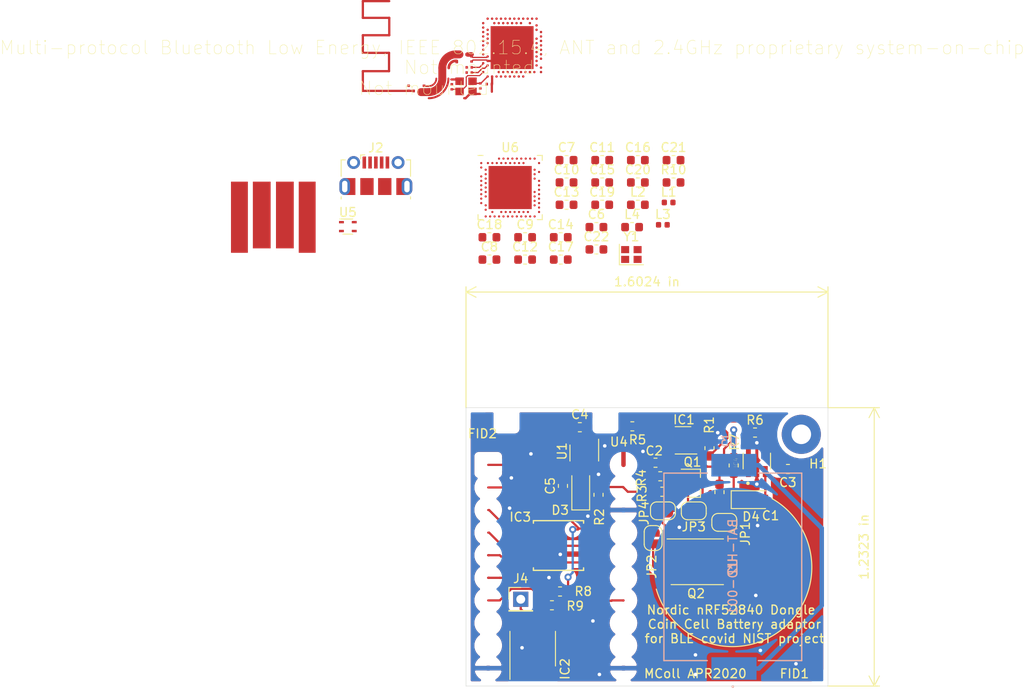
<source format=kicad_pcb>
(kicad_pcb (version 20171130) (host pcbnew "(5.1.5)-3")
  (layers (0 F.Cu signal) (31 B.Cu signal) (34 B.Paste user hide) (35 F.Paste user) (36 B.SilkS user hide) (37 F.SilkS user) (38 B.Mask user hide) (39 F.Mask user) (44 Edge.Cuts user))
  (net 0 "")
  (net 1 GND)
  (net 2 /3V)
  (net 3 "Net-(C3-Pad1)")
  (net 4 /5Vusb)
  (net 5 /VDD_3V)
  (net 6 "Net-(C5-Pad2)")
  (net 7 "Net-(U1-Pad4)")
  (net 8 /SDA)
  (net 9 /SCL)
  (net 10 /SCLK)
  (net 11 /SI)
  (net 12 /SO)
  (net 13 /CS)
  (net 14 /WP)
  (net 15 /RESET)
  (net 16 "Net-(IC1-Pad5)")
  (net 17 "Net-(IC1-Pad4)")
  (net 18 "Net-(IC2-Pad8)")
  (net 19 "Net-(IC2-Pad7)")
  (net 20 "Net-(IC2-Pad2)")
  (net 21 "Net-(IC2-Pad1)")
  (net 22 "Net-(IC4-Pad5)")
  (net 23 "Net-(IC4-Pad1)")
  (net 24 "Net-(D3-Pad1)")
  (net 25 "Net-(D4-Pad2)")
  (net 26 "Net-(D4-Pad1)")
  (net 27 "Net-(IC1-Pad3)")
  (net 28 "Net-(JP3-Pad2)")
  (net 29 "Net-(JP1-Pad1)")
  (net 30 "Net-(JP2-Pad2)")
  (net 31 "Net-(JP4-Pad1)")
  (net 32 "Net-(AE1-Pad1)")
  (net 33 "Net-(C10-Pad1)")
  (net 34 "Net-(C8-Pad2)")
  (net 35 "Net-(C9-Pad2)")
  (net 36 "Net-(C11-Pad1)")
  (net 37 "Net-(C12-Pad1)")
  (net 38 "Net-(C13-Pad1)")
  (net 39 "Net-(C14-Pad1)")
  (net 40 "Net-(C15-Pad1)")
  (net 41 "Net-(C16-Pad1)")
  (net 42 "Net-(C17-Pad1)")
  (net 43 /nRF52840_QIAA_R/VDD_3V)
  (net 44 "Net-(C20-Pad1)")
  (net 45 "Net-(C21-Pad2)")
  (net 46 "Net-(C22-Pad2)")
  (net 47 /D+)
  (net 48 /D-)
  (net 49 "Net-(J2-Pad6)")
  (net 50 "Net-(J2-Pad3)")
  (net 51 "Net-(J2-Pad4)")
  (net 52 "Net-(J2-Pad5)")
  (net 53 "Net-(J2-Pad1)")
  (net 54 "Net-(J2-Pad2)")
  (net 55 "Net-(L2-Pad2)")
  (net 56 "Net-(L4-Pad2)")
  (net 57 "Net-(U2-Pad1)")
  (net 58 "Net-(U5-Pad2)")
  (net 59 "Net-(U5-Pad1)")
  (net 60 "Net-(U6-PadAC24)")
  (net 61 "Net-(U6-PadAA24)")
  (net 62 "Net-(U6-PadW24)")
  (net 63 "Net-(U6-PadU24)")
  (net 64 "Net-(U6-PadR24)")
  (net 65 "Net-(U6-PadL24)")
  (net 66 "Net-(U6-PadJ24)")
  (net 67 "Net-(U6-PadY23)")
  (net 68 "Net-(U6-PadV23)")
  (net 69 "Net-(U6-PadT23)")
  (net 70 "Net-(U6-PadP23)")
  (net 71 "Net-(U6-PadA20)")
  (net 72 "Net-(U6-PadA16)")
  (net 73 /nRF52840_QIAA_R/RESET)
  (net 74 "Net-(U6-PadA12)")
  (net 75 "Net-(U6-PadA10)")
  (net 76 "Net-(U6-PadB19)")
  (net 77 "Net-(U6-PadB17)")
  (net 78 "Net-(U6-PadB15)")
  (net 79 "Net-(U6-PadB13)")
  (net 80 "Net-(U6-PadB11)")
  (net 81 "Net-(U6-PadB9)")
  (net 82 "Net-(U6-PadAC9)")
  (net 83 "Net-(U6-PadAC11)")
  (net 84 /nRF52840_QIAA_R/SCL)
  (net 85 /nRF52840_QIAA_R/SDA)
  (net 86 /nRF52840_QIAA_R/SI)
  (net 87 /nRF52840_QIAA_R/WP)
  (net 88 /nRF52840_QIAA_R/SCLK)
  (net 89 /nRF52840_QIAA_R/SO)
  (net 90 /nRF52840_QIAA_R/CS)
  (net 91 /nRF52840_QIAA_R/D+)
  (net 92 /nRF52840_QIAA_R/D-)
  (net 93 "Net-(U6-PadH2)")
  (net 94 "Net-(U6-PadK2)")
  (net 95 "Net-(U6-PadM2)")
  (net 96 "Net-(U6-PadP2)")
  (net 97 "Net-(U6-PadT2)")
  (net 98 "Net-(U6-PadG1)")
  (net 99 "Net-(U6-PadJ1)")
  (net 100 "Net-(U6-PadL1)")
  (net 101 "Net-(U6-PadN1)")
  (net 102 "Net-(U6-PadR1)")
  (net 103 "Net-(U6-PadU1)")
  (net 104 "Net-(U6-PadY2)")
  (net 105 "Net-(U6-PadAD2)")
  (net 106 "Net-(U6-PadA8)")
  (module RESC0603X03L_C (layer F.Cu) (at 118.71323 37.0935)
    (fp_text reference R1 hide)
    (fp_text value "" (at 0 0) (layer F.SilkS) (effects (font (size 1.524 1.524) (thickness 0.05))))
    (pad 2 smd rect (at -0.28499 0 270) (size 0.3 0.27) (layers F.Cu F.Paste F.Mask))
    (pad 1 smd rect (at 0.285 0 270) (size 0.3 0.27) (layers F.Cu F.Paste F.Mask))
  )
  (module INDC0603X03L_C (layer F.Cu) (at 124.07664 32.9873)
    (fp_text reference L1 hide)
    (fp_text value "" (at 0 0) (layer F.SilkS) (effects (font (size 1.524 1.524) (thickness 0.05))))
    (pad 1 smd rect (at 0.28491 0.00008 270) (size 0.3 0.27) (layers F.Cu F.Paste F.Mask))
    (pad 2 smd rect (at -0.28508 0.00008 270) (size 0.3 0.27) (layers F.Cu F.Paste F.Mask))
  )
  (module CAPC0603X03L_C (layer F.Cu) (at 125.90544 36.5213)
    (fp_text reference C2 hide)
    (fp_text value "" (at 0 0) (layer F.SilkS) (effects (font (size 1.524 1.524) (thickness 0.05))))
    (pad 2 smd rect (at 0 0.285) (size 0.3 0.27) (layers F.Cu F.Paste F.Mask))
    (pad 1 smd rect (at 0 -0.28499) (size 0.3 0.27) (layers F.Cu F.Paste F.Mask))
  )
  (module CAPC0603X03L_C (layer F.Cu) (at 117.84963 36.7887)
    (fp_text reference C26 hide)
    (fp_text value "" (at 0 0) (layer F.SilkS) (effects (font (size 1.524 1.524) (thickness 0.05))))
    (pad 2 smd rect (at 0 0.285) (size 0.3 0.27) (layers F.Cu F.Paste F.Mask))
    (pad 1 smd rect (at 0 -0.28499) (size 0.3 0.27) (layers F.Cu F.Paste F.Mask))
  )
  (module CAPC0603X03L_C (layer F.Cu) (at 124.66084 34.4385)
    (fp_text reference C10 hide)
    (fp_text value "Not mounted" (at 0 0) (layer F.SilkS) (effects (font (size 1.524 1.524) (thickness 0.05))))
    (pad 2 smd rect (at 0.28499 0 90) (size 0.3 0.27) (layers F.Cu F.Paste F.Mask))
    (pad 1 smd rect (at -0.285 0 90) (size 0.3 0.27) (layers F.Cu F.Paste F.Mask))
  )
  (module CAPC0603X03L_C (layer F.Cu) (at 122.70504 36.6229)
    (fp_text reference C1 hide)
    (fp_text value "" (at 0 0) (layer F.SilkS) (effects (font (size 1.524 1.524) (thickness 0.05))))
    (pad 2 smd rect (at 0 -0.285 180) (size 0.3 0.27) (layers F.Cu F.Paste F.Mask))
    (pad 1 smd rect (at 0 0.28499 180) (size 0.3 0.27) (layers F.Cu F.Paste F.Mask))
  )
  (module CAPC0603X03L_C (layer F.Cu) (at 119.57683 36.7887)
    (fp_text reference C25 hide)
    (fp_text value "Not mounted" (at 0 0) (layer F.SilkS) (effects (font (size 1.524 1.524) (thickness 0.05))))
    (pad 2 smd rect (at 0 -0.285 180) (size 0.3 0.27) (layers F.Cu F.Paste F.Mask))
    (pad 1 smd rect (at 0 0.28499 180) (size 0.3 0.27) (layers F.Cu F.Paste F.Mask))
  )
  (module CAPC0603X03L_C (layer F.Cu) (at 123.25983 33.5629)
    (fp_text reference C4 hide)
    (fp_text value "" (at 0 0) (layer F.SilkS) (effects (font (size 1.524 1.524) (thickness 0.05))))
    (pad 2 smd rect (at 0 -0.285 180) (size 0.3 0.27) (layers F.Cu F.Paste F.Mask))
    (pad 1 smd rect (at 0 0.28499 180) (size 0.3 0.27) (layers F.Cu F.Paste F.Mask))
  )
  (module CAPC0603X03L_C (layer F.Cu) (at 124.93123 33.4921)
    (fp_text reference C3 hide)
    (fp_text value "" (at 0 0) (layer F.SilkS) (effects (font (size 1.524 1.524) (thickness 0.05))))
    (pad 2 smd rect (at 0 -0.285 180) (size 0.3 0.27) (layers F.Cu F.Paste F.Mask))
    (pad 1 smd rect (at 0 0.28499 180) (size 0.3 0.27) (layers F.Cu F.Paste F.Mask))
  )
  (module BT-XTAL_2016 (layer F.Cu) (at 124.30524 36.5721)
    (fp_text reference X1 hide)
    (fp_text value "" (at 0 0) (layer F.SilkS) (effects (font (size 1.524 1.524) (thickness 0.05))))
    (pad 4 smd rect (at -0.725 -0.575) (size 0.95 0.85) (layers F.Cu F.Paste F.Mask))
    (pad 1 smd rect (at -0.725 0.575) (size 0.95 0.85) (layers F.Cu F.Paste F.Mask))
    (pad 2 smd rect (at 0.725 0.575) (size 0.95 0.85) (layers F.Cu F.Paste F.Mask))
    (pad 3 smd rect (at 0.725 -0.575) (size 0.95 0.85) (layers F.Cu F.Paste F.Mask))
  )
  (module CAPC0603X03L_C (layer F.Cu) (at 124.66084 35.0227)
    (fp_text reference C11 hide)
    (fp_text value "" (at 0 0) (layer F.SilkS) (effects (font (size 1.524 1.524) (thickness 0.05))))
    (pad 2 smd rect (at -0.285 0 270) (size 0.3 0.27) (layers F.Cu F.Paste F.Mask))
    (pad 1 smd rect (at 0.28499 0 270) (size 0.3 0.27) (layers F.Cu F.Paste F.Mask))
  )
  (module CAPC0603X03L_C (layer F.Cu) (at 126.92144 36.3181)
    (fp_text reference C12 hide)
    (fp_text value "" (at 0 0) (layer F.SilkS) (effects (font (size 1.524 1.524) (thickness 0.05))))
    (pad 2 smd rect (at -0.285 0 270) (size 0.3 0.27) (layers F.Cu F.Paste F.Mask))
    (pad 1 smd rect (at 0.28499 0 270) (size 0.3 0.27) (layers F.Cu F.Paste F.Mask))
  )
  (module AQFN50P700X700X85_HS-74N (layer F.Cu) (at 129.48283 32.2167)
    (fp_text reference U1 hide)
    (fp_text value "Multi-protocol Bluetooth Low Energy, IEEE 802.15.4, ANT and 2.4GHz proprietary system-on-chip" (at 0 0) (layer F.SilkS) (effects (font (size 1.524 1.524) (thickness 0.05))))
    (pad 74 smd rect (at 0 0 180) (size 4.83 4.83) (layers F.Cu F.Paste F.Mask))
    (pad AD23 smd circle (at -2.75 -3.25 180) (size 0.275 0.275) (layers F.Cu F.Paste F.Mask))
    (pad AD22 smd circle (at -2.25 -3.25 180) (size 0.275 0.275) (layers F.Cu F.Paste F.Mask))
    (pad AD20 smd circle (at -1.75 -3.25 180) (size 0.275 0.275) (layers F.Cu F.Paste F.Mask))
    (pad AD18 smd circle (at -1.25 -3.25 180) (size 0.275 0.275) (layers F.Cu F.Paste F.Mask))
    (pad AD16 smd circle (at -0.75 -3.25 180) (size 0.275 0.275) (layers F.Cu F.Paste F.Mask))
    (pad AD14 smd circle (at -0.25 -3.25 180) (size 0.275 0.275) (layers F.Cu F.Paste F.Mask))
    (pad AD12 smd circle (at 0.25 -3.25 180) (size 0.275 0.275) (layers F.Cu F.Paste F.Mask))
    (pad AD10 smd circle (at 0.75 -3.25 180) (size 0.275 0.275) (layers F.Cu F.Paste F.Mask))
    (pad AD8 smd circle (at 1.25 -3.25 180) (size 0.275 0.275) (layers F.Cu F.Paste F.Mask))
    (pad AD6 smd circle (at 1.75 -3.25 180) (size 0.275 0.275) (layers F.Cu F.Paste F.Mask))
    (pad AD4 smd circle (at 2.25 -3.25 180) (size 0.275 0.275) (layers F.Cu F.Paste F.Mask))
    (pad AD2 smd circle (at 2.75 -3.25 180) (size 0.275 0.275) (layers F.Cu F.Paste F.Mask))
    (pad AC24 smd circle (at -3.25 -2.75 180) (size 0.275 0.275) (layers F.Cu F.Paste F.Mask))
    (pad AC21 smd circle (at -2 -2.75 180) (size 0.275 0.275) (layers F.Cu F.Paste F.Mask))
    (pad AC19 smd circle (at -1.5 -2.75 180) (size 0.275 0.275) (layers F.Cu F.Paste F.Mask))
    (pad AC17 smd circle (at -1 -2.75 180) (size 0.275 0.275) (layers F.Cu F.Paste F.Mask))
    (pad AC15 smd circle (at -0.5 -2.75 180) (size 0.275 0.275) (layers F.Cu F.Paste F.Mask))
    (pad AC13 smd circle (at 0 -2.75 180) (size 0.275 0.275) (layers F.Cu F.Paste F.Mask))
    (pad AC11 smd circle (at 0.5 -2.75 180) (size 0.275 0.275) (layers F.Cu F.Paste F.Mask))
    (pad AC9 smd circle (at 1 -2.75 180) (size 0.275 0.275) (layers F.Cu F.Paste F.Mask))
    (pad AC5 smd circle (at 2 -2.75 180) (size 0.275 0.275) (layers F.Cu F.Paste F.Mask))
    (pad AB2 smd circle (at 2.75 -2.5 180) (size 0.275 0.275) (layers F.Cu F.Paste F.Mask))
    (pad AA24 smd circle (at -3.25 -2.25 180) (size 0.275 0.275) (layers F.Cu F.Paste F.Mask))
    (pad Y23 smd circle (at -2.75 -2 180) (size 0.275 0.275) (layers F.Cu F.Paste F.Mask))
    (pad Y2 smd circle (at 2.75 -2 180) (size 0.275 0.275) (layers F.Cu F.Paste F.Mask))
    (pad W24 smd circle (at -3.25 -1.75 180) (size 0.275 0.275) (layers F.Cu F.Paste F.Mask))
    (pad W1 smd circle (at 3.25 -1.75 180) (size 0.275 0.275) (layers F.Cu F.Paste F.Mask))
    (pad V23 smd circle (at -2.75 -1.5 180) (size 0.275 0.275) (layers F.Cu F.Paste F.Mask))
    (pad U24 smd circle (at -3.25 -1.25 180) (size 0.275 0.275) (layers F.Cu F.Paste F.Mask))
    (pad U1 smd circle (at 3.25 -1.25 180) (size 0.275 0.275) (layers F.Cu F.Paste F.Mask))
    (pad T23 smd circle (at -2.75 -1 180) (size 0.275 0.275) (layers F.Cu F.Paste F.Mask))
    (pad T2 smd circle (at 2.75 -1 180) (size 0.275 0.275) (layers F.Cu F.Paste F.Mask))
    (pad R24 smd circle (at -3.25 -0.75 180) (size 0.275 0.275) (layers F.Cu F.Paste F.Mask))
    (pad R1 smd circle (at 3.25 -0.75 180) (size 0.275 0.275) (layers F.Cu F.Paste F.Mask))
    (pad P23 smd circle (at -2.75 -0.5 180) (size 0.275 0.275) (layers F.Cu F.Paste F.Mask))
    (pad P2 smd circle (at 2.75 -0.5 180) (size 0.275 0.275) (layers F.Cu F.Paste F.Mask))
    (pad N24 smd circle (at -3.25 -0.25 180) (size 0.275 0.275) (layers F.Cu F.Paste F.Mask))
    (pad N1 smd circle (at 3.25 -0.25 180) (size 0.275 0.275) (layers F.Cu F.Paste F.Mask))
    (pad M2 smd circle (at 2.75 0 180) (size 0.275 0.275) (layers F.Cu F.Paste F.Mask))
    (pad L24 smd circle (at -3.25 0.25 180) (size 0.275 0.275) (layers F.Cu F.Paste F.Mask))
    (pad L1 smd circle (at 3.25 0.25 180) (size 0.275 0.275) (layers F.Cu F.Paste F.Mask))
    (pad K2 smd circle (at 2.75 0.5 180) (size 0.275 0.275) (layers F.Cu F.Paste F.Mask))
    (pad J24 smd circle (at -3.25 0.75 180) (size 0.275 0.275) (layers F.Cu F.Paste F.Mask))
    (pad J1 smd circle (at 3.25 0.75 180) (size 0.275 0.275) (layers F.Cu F.Paste F.Mask))
    (pad H23 smd circle (at -2.75 1 180) (size 0.275 0.275) (layers F.Cu F.Paste F.Mask))
    (pad H2 smd circle (at 2.75 1 180) (size 0.275 0.275) (layers F.Cu F.Paste F.Mask))
    (pad G1 smd circle (at 3.25 1.25 180) (size 0.275 0.275) (layers F.Cu F.Paste F.Mask))
    (pad F23 smd circle (at -2.75 1.5 180) (size 0.275 0.275) (layers F.Cu F.Paste F.Mask))
    (pad F2 smd circle (at 2.75 1.5 180) (size 0.275 0.275) (layers F.Cu F.Paste F.Mask))
    (pad E24 smd circle (at -3.25 1.75 180) (size 0.275 0.275) (layers F.Cu F.Paste F.Mask))
    (pad D2 smd circle (at 2.75 2 180) (size 0.275 0.275) (layers F.Cu F.Paste F.Mask))
    (pad C1 smd circle (at 3.25 2.25 180) (size 0.275 0.275) (layers F.Cu F.Paste F.Mask))
    (pad D23 smd circle (at -2.75 2 180) (size 0.275 0.275) (layers F.Cu F.Paste F.Mask))
    (pad B24 smd circle (at -3.25 2.75 180) (size 0.275 0.275) (layers F.Cu F.Paste F.Mask))
    (pad B19 smd circle (at -1.5 2.75 180) (size 0.275 0.275) (layers F.Cu F.Paste F.Mask))
    (pad B17 smd circle (at -1 2.75 180) (size 0.275 0.275) (layers F.Cu F.Paste F.Mask))
    (pad B15 smd circle (at -0.5 2.75 180) (size 0.275 0.275) (layers F.Cu F.Paste F.Mask))
    (pad B13 smd circle (at 0 2.75 180) (size 0.275 0.275) (layers F.Cu F.Paste F.Mask))
    (pad B11 smd circle (at 0.5 2.75 180) (size 0.275 0.275) (layers F.Cu F.Paste F.Mask))
    (pad B9 smd circle (at 1 2.75 180) (size 0.275 0.275) (layers F.Cu F.Paste F.Mask))
    (pad B7 smd circle (at 1.5 2.75 180) (size 0.275 0.275) (layers F.Cu F.Paste F.Mask))
    (pad B5 smd circle (at 2 2.75 180) (size 0.275 0.275) (layers F.Cu F.Paste F.Mask))
    (pad B3 smd circle (at 2.5 2.75 180) (size 0.275 0.275) (layers F.Cu F.Paste F.Mask))
    (pad B1 smd circle (at 3.25 2.75 180) (size 0.275 0.275) (layers F.Cu F.Paste F.Mask))
    (pad A23 smd circle (at -2.75 3.25 180) (size 0.275 0.275) (layers F.Cu F.Paste F.Mask))
    (pad A20 smd circle (at -1.75 3.25 180) (size 0.275 0.275) (layers F.Cu F.Paste F.Mask))
    (pad A18 smd circle (at -1.25 3.25 180) (size 0.275 0.275) (layers F.Cu F.Paste F.Mask))
    (pad A16 smd circle (at -0.75 3.25 180) (size 0.275 0.275) (layers F.Cu F.Paste F.Mask))
    (pad A14 smd circle (at -0.25 3.25 180) (size 0.275 0.275) (layers F.Cu F.Paste F.Mask))
    (pad A12 smd circle (at 0.25 3.25 180) (size 0.275 0.275) (layers F.Cu F.Paste F.Mask))
    (pad A10 smd circle (at 0.75 3.25 180) (size 0.275 0.275) (layers F.Cu F.Paste F.Mask))
    (pad A8 smd circle (at 1.25 3.25 180) (size 0.275 0.275) (layers F.Cu F.Paste F.Mask))
    (pad A22 smd circle (at -2.25 3.25 180) (size 0.275 0.275) (layers F.Cu F.Paste F.Mask))
  )
  (module Crystal:Crystal_SMD_2016-4Pin_2.0x1.6mm (layer F.Cu) (at 142.8934 55.4802)
    (fp_text reference Y1 (at 0 -2) (layer F.SilkS))
    (fp_text value 32MHz)
    (pad 4 smd rect (at -0.7 -0.55) (size 0.9 0.8) (layers F.Cu F.Paste F.Mask) (net 1 GND))
    (pad 3 smd rect (at 0.7 -0.55) (size 0.9 0.8) (layers F.Cu F.Paste F.Mask) (net 34 "Net-(C8-Pad2)"))
    (pad 2 smd rect (at 0.7 0.55) (size 0.9 0.8) (layers F.Cu F.Paste F.Mask) (net 1 GND))
    (pad 1 smd rect (at -0.7 0.55) (size 0.9 0.8) (layers F.Cu F.Paste F.Mask) (net 35 "Net-(C9-Pad2)"))
  )
  (module Package_DFN_QFN:Nordic_AQFN-73-1EP_7x7mm_P0.5mm (layer F.Cu) (at 129.2634 47.9502)
    (fp_text reference U6 (at 0 -4.5) (layer F.SilkS))
    (fp_text value nRF52840)
    (pad AC24 smd circle (at 3.25 2.75 180) (size 0.25 0.25) (layers F.Cu F.Paste F.Mask) (net 60 "Net-(U6-PadAC24)"))
    (pad AA24 smd circle (at 3.25 2.25 180) (size 0.25 0.25) (layers F.Cu F.Paste F.Mask) (net 61 "Net-(U6-PadAA24)"))
    (pad W24 smd circle (at 3.25 1.75 180) (size 0.25 0.25) (layers F.Cu F.Paste F.Mask) (net 62 "Net-(U6-PadW24)"))
    (pad U24 smd circle (at 3.25 1.25 180) (size 0.25 0.25) (layers F.Cu F.Paste F.Mask) (net 63 "Net-(U6-PadU24)"))
    (pad R24 smd circle (at 3.25 0.75 180) (size 0.25 0.25) (layers F.Cu F.Paste F.Mask) (net 64 "Net-(U6-PadR24)"))
    (pad N24 smd circle (at 3.25 0.25 180) (size 0.25 0.25) (layers F.Cu F.Paste F.Mask) (net 42 "Net-(C17-Pad1)"))
    (pad L24 smd circle (at 3.25 -0.25 180) (size 0.25 0.25) (layers F.Cu F.Paste F.Mask) (net 65 "Net-(U6-PadL24)"))
    (pad J24 smd circle (at 3.25 -0.75 180) (size 0.25 0.25) (layers F.Cu F.Paste F.Mask) (net 66 "Net-(U6-PadJ24)"))
    (pad E24 smd circle (at 3.25 -1.75 180) (size 0.25 0.25) (layers F.Cu F.Paste F.Mask) (net 41 "Net-(C16-Pad1)"))
    (pad Y23 smd circle (at 2.75 2 180) (size 0.25 0.25) (layers F.Cu F.Paste F.Mask) (net 67 "Net-(U6-PadY23)"))
    (pad V23 smd circle (at 2.75 1.5 180) (size 0.25 0.25) (layers F.Cu F.Paste F.Mask) (net 68 "Net-(U6-PadV23)"))
    (pad T23 smd circle (at 2.75 1 180) (size 0.25 0.25) (layers F.Cu F.Paste F.Mask) (net 69 "Net-(U6-PadT23)"))
    (pad P23 smd circle (at 2.75 0.5 180) (size 0.25 0.25) (layers F.Cu F.Paste F.Mask) (net 70 "Net-(U6-PadP23)"))
    (pad H23 smd circle (at 2.75 -1 180) (size 0.25 0.25) (layers F.Cu F.Paste F.Mask) (net 37 "Net-(C12-Pad1)"))
    (pad F23 smd circle (at 2.75 -1.5 180) (size 0.25 0.25) (layers F.Cu F.Paste F.Mask) (net 1 GND))
    (pad A23 smd circle (at 2.75 -3.25 180) (size 0.25 0.25) (layers F.Cu F.Paste F.Mask) (net 35 "Net-(C9-Pad2)"))
    (pad A22 smd circle (at 2.25 -3.25 180) (size 0.25 0.25) (layers F.Cu F.Paste F.Mask) (net 43 /nRF52840_QIAA_R/VDD_3V))
    (pad A20 smd circle (at 1.75 -3.25 180) (size 0.25 0.25) (layers F.Cu F.Paste F.Mask) (net 71 "Net-(U6-PadA20)"))
    (pad A18 smd circle (at 1.25 -3.25 180) (size 0.25 0.25) (layers F.Cu F.Paste F.Mask) (net 39 "Net-(C14-Pad1)"))
    (pad A16 smd circle (at 0.75 -3.25 180) (size 0.25 0.25) (layers F.Cu F.Paste F.Mask) (net 72 "Net-(U6-PadA16)"))
    (pad A14 smd circle (at 0.25 -3.25 180) (size 0.25 0.25) (layers F.Cu F.Paste F.Mask) (net 73 /nRF52840_QIAA_R/RESET))
    (pad A12 smd circle (at -0.25 -3.25 180) (size 0.25 0.25) (layers F.Cu F.Paste F.Mask) (net 74 "Net-(U6-PadA12)"))
    (pad A10 smd circle (at -0.75 -3.25 180) (size 0.25 0.25) (layers F.Cu F.Paste F.Mask) (net 75 "Net-(U6-PadA10)"))
    (pad B19 smd circle (at 1.5 -2.75 180) (size 0.25 0.25) (layers F.Cu F.Paste F.Mask) (net 76 "Net-(U6-PadB19)"))
    (pad B17 smd circle (at 1 -2.75 180) (size 0.25 0.25) (layers F.Cu F.Paste F.Mask) (net 77 "Net-(U6-PadB17)"))
    (pad B15 smd circle (at 0.5 -2.75 180) (size 0.25 0.25) (layers F.Cu F.Paste F.Mask) (net 78 "Net-(U6-PadB15)"))
    (pad B13 smd circle (at 0 -2.75 180) (size 0.25 0.25) (layers F.Cu F.Paste F.Mask) (net 79 "Net-(U6-PadB13)"))
    (pad B11 smd circle (at -0.5 -2.75 180) (size 0.25 0.25) (layers F.Cu F.Paste F.Mask) (net 80 "Net-(U6-PadB11)"))
    (pad B9 smd circle (at -1 -2.75 180) (size 0.25 0.25) (layers F.Cu F.Paste F.Mask) (net 81 "Net-(U6-PadB9)"))
    (pad B7 smd circle (at -1.5 -2.75 180) (size 0.25 0.25) (layers F.Cu F.Paste F.Mask) (net 1 GND))
    (pad B5 smd circle (at -2 -2.75 180) (size 0.25 0.25) (layers F.Cu F.Paste F.Mask) (net 41 "Net-(C16-Pad1)"))
    (pad AC5 smd circle (at -2 2.75 180) (size 0.25 0.25) (layers F.Cu F.Paste F.Mask) (net 36 "Net-(C11-Pad1)"))
    (pad AC9 smd circle (at -1 2.75 180) (size 0.25 0.25) (layers F.Cu F.Paste F.Mask) (net 82 "Net-(U6-PadAC9)"))
    (pad AC11 smd circle (at -0.5 2.75 180) (size 0.25 0.25) (layers F.Cu F.Paste F.Mask) (net 83 "Net-(U6-PadAC11)"))
    (pad AC13 smd circle (at 0 2.75 180) (size 0.25 0.25) (layers F.Cu F.Paste F.Mask) (net 73 /nRF52840_QIAA_R/RESET))
    (pad AC15 smd circle (at 0.5 2.75 180) (size 0.25 0.25) (layers F.Cu F.Paste F.Mask) (net 73 /nRF52840_QIAA_R/RESET))
    (pad AC17 smd circle (at 1 2.75 180) (size 0.25 0.25) (layers F.Cu F.Paste F.Mask) (net 73 /nRF52840_QIAA_R/RESET))
    (pad AC19 smd circle (at 1.5 2.75 180) (size 0.25 0.25) (layers F.Cu F.Paste F.Mask) (net 73 /nRF52840_QIAA_R/RESET))
    (pad AD22 smd circle (at 2.25 3.25 180) (size 0.25 0.25) (layers F.Cu F.Paste F.Mask) (net 84 /nRF52840_QIAA_R/SCL))
    (pad AD20 smd circle (at 1.75 3.25 180) (size 0.25 0.25) (layers F.Cu F.Paste F.Mask) (net 85 /nRF52840_QIAA_R/SDA))
    (pad AD18 smd circle (at 1.25 3.25 180) (size 0.25 0.25) (layers F.Cu F.Paste F.Mask) (net 86 /nRF52840_QIAA_R/SI))
    (pad AD16 smd circle (at 0.75 3.25 180) (size 0.25 0.25) (layers F.Cu F.Paste F.Mask) (net 87 /nRF52840_QIAA_R/WP))
    (pad AD14 smd circle (at 0.25 3.25 180) (size 0.25 0.25) (layers F.Cu F.Paste F.Mask) (net 43 /nRF52840_QIAA_R/VDD_3V))
    (pad AD12 smd circle (at -0.25 3.25 180) (size 0.25 0.25) (layers F.Cu F.Paste F.Mask) (net 88 /nRF52840_QIAA_R/SCLK))
    (pad AD10 smd circle (at -0.75 3.25 180) (size 0.25 0.25) (layers F.Cu F.Paste F.Mask) (net 89 /nRF52840_QIAA_R/SO))
    (pad AD8 smd circle (at -1.25 3.25 180) (size 0.25 0.25) (layers F.Cu F.Paste F.Mask) (net 90 /nRF52840_QIAA_R/CS))
    (pad AD6 smd circle (at -1.75 3.25 180) (size 0.25 0.25) (layers F.Cu F.Paste F.Mask) (net 91 /nRF52840_QIAA_R/D+))
    (pad AD4 smd circle (at -2.25 3.25 180) (size 0.25 0.25) (layers F.Cu F.Paste F.Mask) (net 92 /nRF52840_QIAA_R/D-))
    (pad B1 smd circle (at -3.25 -2.75 180) (size 0.25 0.25) (layers F.Cu F.Paste F.Mask) (net 43 /nRF52840_QIAA_R/VDD_3V))
    (pad D2 smd circle (at -2.75 -2 180) (size 0.25 0.25) (layers F.Cu F.Paste F.Mask) (net 45 "Net-(C21-Pad2)"))
    (pad C1 smd circle (at -3.25 -2.25 180) (size 0.25 0.25) (layers F.Cu F.Paste F.Mask) (net 38 "Net-(C13-Pad1)"))
    (pad F2 smd circle (at -2.75 -1.5 180) (size 0.25 0.25) (layers F.Cu F.Paste F.Mask) (net 46 "Net-(C22-Pad2)"))
    (pad H2 smd circle (at -2.75 -1 180) (size 0.25 0.25) (layers F.Cu F.Paste F.Mask) (net 93 "Net-(U6-PadH2)"))
    (pad K2 smd circle (at -2.75 -0.5 180) (size 0.25 0.25) (layers F.Cu F.Paste F.Mask) (net 94 "Net-(U6-PadK2)"))
    (pad M2 smd circle (at -2.75 0 180) (size 0.25 0.25) (layers F.Cu F.Paste F.Mask) (net 95 "Net-(U6-PadM2)"))
    (pad P2 smd circle (at -2.75 0.5 180) (size 0.25 0.25) (layers F.Cu F.Paste F.Mask) (net 96 "Net-(U6-PadP2)"))
    (pad T2 smd circle (at -2.75 1 180) (size 0.25 0.25) (layers F.Cu F.Paste F.Mask) (net 97 "Net-(U6-PadT2)"))
    (pad G1 smd circle (at -3.25 -1.25 180) (size 0.25 0.25) (layers F.Cu F.Paste F.Mask) (net 98 "Net-(U6-PadG1)"))
    (pad J1 smd circle (at -3.25 -0.75 180) (size 0.25 0.25) (layers F.Cu F.Paste F.Mask) (net 99 "Net-(U6-PadJ1)"))
    (pad L1 smd circle (at -3.25 -0.25 180) (size 0.25 0.25) (layers F.Cu F.Paste F.Mask) (net 100 "Net-(U6-PadL1)"))
    (pad N1 smd circle (at -3.25 0.25 180) (size 0.25 0.25) (layers F.Cu F.Paste F.Mask) (net 101 "Net-(U6-PadN1)"))
    (pad R1 smd circle (at -3.25 0.75 180) (size 0.25 0.25) (layers F.Cu F.Paste F.Mask) (net 102 "Net-(U6-PadR1)"))
    (pad U1 smd circle (at -3.25 1.25 180) (size 0.25 0.25) (layers F.Cu F.Paste F.Mask) (net 103 "Net-(U6-PadU1)"))
    (pad W1 smd circle (at -3.25 1.75 180) (size 0.25 0.25) (layers F.Cu F.Paste F.Mask) (net 43 /nRF52840_QIAA_R/VDD_3V))
    (pad Y2 smd circle (at -2.75 2 180) (size 0.25 0.25) (layers F.Cu F.Paste F.Mask) (net 104 "Net-(U6-PadY2)"))
    (pad AB2 smd circle (at -2.75 2.5 180) (size 0.25 0.25) (layers F.Cu F.Paste F.Mask) (net 56 "Net-(L4-Pad2)"))
    (pad AD2 smd circle (at -2.75 3.25 180) (size 0.25 0.25) (layers F.Cu F.Paste F.Mask) (net 105 "Net-(U6-PadAD2)"))
    (pad AD23 smd circle (at 2.75 3.25 180) (size 0.25 0.25) (layers F.Cu F.Paste F.Mask) (net 43 /nRF52840_QIAA_R/VDD_3V))
    (pad AC21 smd circle (at 2 2.75 180) (size 0.25 0.25) (layers F.Cu F.Paste F.Mask) (net 73 /nRF52840_QIAA_R/RESET))
    (pad B3 smd circle (at -2.5 -2.75 180) (size 0.25 0.25) (layers F.Cu F.Paste F.Mask) (net 44 "Net-(C20-Pad1)"))
    (pad A8 smd circle (at -1.25 -3.25 180) (size 0.25 0.25) (layers F.Cu F.Paste F.Mask) (net 106 "Net-(U6-PadA8)"))
    (pad D23 smd circle (at 2.75 -2 180) (size 0.25 0.25) (layers F.Cu F.Paste F.Mask) (net 40 "Net-(C15-Pad1)"))
    (pad B24 smd circle (at 3.25 -2.75 180) (size 0.25 0.25) (layers F.Cu F.Paste F.Mask) (net 34 "Net-(C8-Pad2)"))
    (pad EP smd rect (at 0 0 180) (size 4.85 4.85) (layers F.Cu F.Mask) (net 1 GND))
  )
  (module Package_TO_SOT_SMD:SOT-543 (layer F.Cu) (at 111.0134 52.3402)
    (fp_text reference U5 (at 0 -1.6) (layer F.SilkS))
    (fp_text value TPD2E2U06)
    (pad 4 smd rect (at 0.72 -0.5 270) (size 0.27 0.55) (layers F.Cu F.Paste F.Mask) (net 1 GND))
    (pad 3 smd rect (at 0.72 0.5 270) (size 0.27 0.55) (layers F.Cu F.Paste F.Mask) (net 48 /D-))
    (pad 2 smd rect (at -0.72 0.5 270) (size 0.27 0.55) (layers F.Cu F.Paste F.Mask) (net 58 "Net-(U5-Pad2)"))
    (pad 1 smd rect (at -0.72 -0.5 270) (size 0.27 0.55) (layers F.Cu F.Paste F.Mask) (net 59 "Net-(U5-Pad1)"))
  )
  (module Resistor_SMD:R_0603_1608Metric (layer F.Cu) (at 147.6334 47.3802)
    (fp_text reference R10 (at 0 -1.43) (layer F.SilkS))
    (fp_text value 0)
    (pad 2 smd roundrect (at 0.7875 0) (size 0.875 0.95) (layers F.Cu F.Paste F.Mask) (net 32 "Net-(AE1-Pad1)"))
    (pad 1 smd roundrect (at -0.7875 0) (size 0.875 0.95) (layers F.Cu F.Paste F.Mask) (net 33 "Net-(C10-Pad1)"))
  )
  (module Inductor_SMD:L_0603_1608Metric (layer F.Cu) (at 142.9734 52.4002)
    (fp_text reference L4 (at 0 -1.43) (layer F.SilkS))
    (fp_text value 10uH)
    (pad 2 smd roundrect (at 0.7875 0) (size 0.875 0.95) (layers F.Cu F.Paste F.Mask) (net 56 "Net-(L4-Pad2)"))
    (pad 1 smd roundrect (at -0.7875 0) (size 0.875 0.95) (layers F.Cu F.Paste F.Mask) (net 43 /nRF52840_QIAA_R/VDD_3V))
  )
  (module Inductor_SMD:L_0402_1005Metric (layer F.Cu) (at 146.4334 52.1402)
    (fp_text reference L3 (at 0 -1.17) (layer F.SilkS))
    (fp_text value 15nH)
    (pad 2 smd roundrect (at 0.485 0) (size 0.59 0.64) (layers F.Cu F.Paste F.Mask) (net 44 "Net-(C20-Pad1)"))
    (pad 1 smd roundrect (at -0.485 0) (size 0.59 0.64) (layers F.Cu F.Paste F.Mask) (net 55 "Net-(L2-Pad2)"))
  )
  (module Inductor_SMD:L_0603_1608Metric (layer F.Cu) (at 143.6234 49.8902)
    (fp_text reference L2 (at 0 -1.43) (layer F.SilkS))
    (fp_text value 10uH)
    (pad 2 smd roundrect (at 0.7875 0) (size 0.875 0.95) (layers F.Cu F.Paste F.Mask) (net 55 "Net-(L2-Pad2)"))
    (pad 1 smd roundrect (at -0.7875 0) (size 0.875 0.95) (layers F.Cu F.Paste F.Mask) (net 41 "Net-(C16-Pad1)"))
  )
  (module Inductor_SMD:L_0402_1005Metric (layer F.Cu) (at 147.0834 49.6302)
    (fp_text reference L1 (at 0 -1.17) (layer F.SilkS))
    (fp_text value L)
    (pad 2 smd roundrect (at 0.485 0) (size 0.59 0.64) (layers F.Cu F.Paste F.Mask) (net 37 "Net-(C12-Pad1)"))
    (pad 1 smd roundrect (at -0.485 0) (size 0.59 0.64) (layers F.Cu F.Paste F.Mask) (net 33 "Net-(C10-Pad1)"))
  )
  (module Connector_USB:USB_Micro-B_Molex-105017-0001 (layer F.Cu) (at 114.1634 46.6002)
    (fp_text reference J2 (at 0 -3.1125) (layer F.SilkS))
    (fp_text value USB_B_Micro)
    (pad 6 smd rect (at -2.9 1.2375) (size 1.2 1.9) (layers F.Cu F.Mask) (net 49 "Net-(J2-Pad6)"))
    (pad 6 smd rect (at 2.9 1.2375) (size 1.2 1.9) (layers F.Cu F.Mask) (net 49 "Net-(J2-Pad6)"))
    (pad 6 thru_hole oval (at 3.5 1.2375) (size 1.2 1.9) (drill oval 0.6 1.3) (layers *.Cu *.Mask) (net 49 "Net-(J2-Pad6)"))
    (pad 6 thru_hole oval (at -3.5 1.2375 180) (size 1.2 1.9) (drill oval 0.6 1.3) (layers *.Cu *.Mask) (net 49 "Net-(J2-Pad6)"))
    (pad 6 smd rect (at -1 1.2375) (size 1.5 1.9) (layers F.Cu F.Paste F.Mask) (net 49 "Net-(J2-Pad6)"))
    (pad 6 thru_hole circle (at 2.5 -1.4625) (size 1.45 1.45) (drill 0.85) (layers *.Cu *.Mask) (net 49 "Net-(J2-Pad6)"))
    (pad 3 smd rect (at 0 -1.4625) (size 0.4 1.35) (layers F.Cu F.Paste F.Mask) (net 50 "Net-(J2-Pad3)"))
    (pad 4 smd rect (at 0.65 -1.4625) (size 0.4 1.35) (layers F.Cu F.Paste F.Mask) (net 51 "Net-(J2-Pad4)"))
    (pad 5 smd rect (at 1.3 -1.4625) (size 0.4 1.35) (layers F.Cu F.Paste F.Mask) (net 52 "Net-(J2-Pad5)"))
    (pad 1 smd rect (at -1.3 -1.4625) (size 0.4 1.35) (layers F.Cu F.Paste F.Mask) (net 53 "Net-(J2-Pad1)"))
    (pad 2 smd rect (at -0.65 -1.4625) (size 0.4 1.35) (layers F.Cu F.Paste F.Mask) (net 54 "Net-(J2-Pad2)"))
    (pad 6 thru_hole circle (at -2.5 -1.4625) (size 1.45 1.45) (drill 0.85) (layers *.Cu *.Mask) (net 49 "Net-(J2-Pad6)"))
    (pad 6 smd rect (at 1 1.2375) (size 1.5 1.9) (layers F.Cu F.Paste F.Mask) (net 49 "Net-(J2-Pad6)"))
  )
  (module 0my_footprints:usbA-PCB (layer F.Cu) (at 102.6334 56.1902)
    (fp_text reference J1 hide)
    (fp_text value USB_A_PLUG hide)
    (pad 1 connect rect (at 3.81 -4.9) (size 1.9 8) (layers F.Cu F.Mask) (net 4 /5Vusb))
    (pad 4 connect rect (at -3.81 -4.9) (size 1.9 8) (layers F.Cu F.Mask) (net 1 GND))
    (pad 3 connect rect (at -1.3 -5.15) (size 2 7.5) (layers F.Cu F.Mask) (net 47 /D+))
    (pad 2 connect rect (at 1.3 -5.15) (size 2 7.5) (layers F.Cu F.Mask) (net 48 /D-))
  )
  (module Capacitor_SMD:C_0603_1608Metric (layer F.Cu) (at 138.9634 54.9102)
    (fp_text reference C22 (at 0 -1.43) (layer F.SilkS))
    (fp_text value 12pF)
    (pad 2 smd roundrect (at 0.7875 0) (size 0.875 0.95) (layers F.Cu F.Paste F.Mask) (net 46 "Net-(C22-Pad2)"))
    (pad 1 smd roundrect (at -0.7875 0) (size 0.875 0.95) (layers F.Cu F.Paste F.Mask) (net 1 GND))
  )
  (module Capacitor_SMD:C_0603_1608Metric (layer F.Cu) (at 147.6334 44.8702)
    (fp_text reference C21 (at 0 -1.43) (layer F.SilkS))
    (fp_text value 12pF)
    (pad 2 smd roundrect (at 0.7875 0) (size 0.875 0.95) (layers F.Cu F.Paste F.Mask) (net 45 "Net-(C21-Pad2)"))
    (pad 1 smd roundrect (at -0.7875 0) (size 0.875 0.95) (layers F.Cu F.Paste F.Mask) (net 1 GND))
  )
  (module Capacitor_SMD:C_0603_1608Metric (layer F.Cu) (at 143.6234 47.3802)
    (fp_text reference C20 (at 0 -1.43) (layer F.SilkS))
    (fp_text value 1uF)
    (pad 2 smd roundrect (at 0.7875 0) (size 0.875 0.95) (layers F.Cu F.Paste F.Mask) (net 1 GND))
    (pad 1 smd roundrect (at -0.7875 0) (size 0.875 0.95) (layers F.Cu F.Paste F.Mask) (net 44 "Net-(C20-Pad1)"))
  )
  (module Capacitor_SMD:C_0603_1608Metric (layer F.Cu) (at 139.6134 49.8902)
    (fp_text reference C19 (at 0 -1.43) (layer F.SilkS))
    (fp_text value 1uF)
    (pad 2 smd roundrect (at 0.7875 0) (size 0.875 0.95) (layers F.Cu F.Paste F.Mask) (net 1 GND))
    (pad 1 smd roundrect (at -0.7875 0) (size 0.875 0.95) (layers F.Cu F.Paste F.Mask) (net 43 /nRF52840_QIAA_R/VDD_3V))
  )
  (module Capacitor_SMD:C_0603_1608Metric (layer F.Cu) (at 126.9334 53.5402)
    (fp_text reference C18 (at 0 -1.43) (layer F.SilkS))
    (fp_text value 4.7uF)
    (pad 2 smd roundrect (at 0.7875 0) (size 0.875 0.95) (layers F.Cu F.Paste F.Mask) (net 1 GND))
    (pad 1 smd roundrect (at -0.7875 0) (size 0.875 0.95) (layers F.Cu F.Paste F.Mask) (net 43 /nRF52840_QIAA_R/VDD_3V))
  )
  (module Capacitor_SMD:C_0603_1608Metric (layer F.Cu) (at 134.9534 56.0502)
    (fp_text reference C17 (at 0 -1.43) (layer F.SilkS))
    (fp_text value 820pF)
    (pad 2 smd roundrect (at 0.7875 0) (size 0.875 0.95) (layers F.Cu F.Paste F.Mask) (net 1 GND))
    (pad 1 smd roundrect (at -0.7875 0) (size 0.875 0.95) (layers F.Cu F.Paste F.Mask) (net 42 "Net-(C17-Pad1)"))
  )
  (module Capacitor_SMD:C_0603_1608Metric (layer F.Cu) (at 143.6234 44.8702)
    (fp_text reference C16 (at 0 -1.43) (layer F.SilkS))
    (fp_text value 0)
    (pad 2 smd roundrect (at 0.7875 0) (size 0.875 0.95) (layers F.Cu F.Paste F.Mask) (net 40 "Net-(C15-Pad1)"))
    (pad 1 smd roundrect (at -0.7875 0) (size 0.875 0.95) (layers F.Cu F.Paste F.Mask) (net 41 "Net-(C16-Pad1)"))
  )
  (module Capacitor_SMD:C_0603_1608Metric (layer F.Cu) (at 139.6134 47.3802)
    (fp_text reference C15 (at 0 -1.43) (layer F.SilkS))
    (fp_text value 100pF)
    (pad 2 smd roundrect (at 0.7875 0) (size 0.875 0.95) (layers F.Cu F.Paste F.Mask) (net 1 GND))
    (pad 1 smd roundrect (at -0.7875 0) (size 0.875 0.95) (layers F.Cu F.Paste F.Mask) (net 40 "Net-(C15-Pad1)"))
  )
  (module Capacitor_SMD:C_0603_1608Metric (layer F.Cu) (at 134.9534 53.5402)
    (fp_text reference C14 (at 0 -1.43) (layer F.SilkS))
    (fp_text value 0)
    (pad 2 smd roundrect (at 0.7875 0) (size 0.875 0.95) (layers F.Cu F.Paste F.Mask) (net 1 GND))
    (pad 1 smd roundrect (at -0.7875 0) (size 0.875 0.95) (layers F.Cu F.Paste F.Mask) (net 39 "Net-(C14-Pad1)"))
  )
  (module Capacitor_SMD:C_0603_1608Metric (layer F.Cu) (at 135.6034 49.8902)
    (fp_text reference C13 (at 0 -1.43) (layer F.SilkS))
    (fp_text value 100nF)
    (pad 2 smd roundrect (at 0.7875 0) (size 0.875 0.95) (layers F.Cu F.Paste F.Mask) (net 1 GND))
    (pad 1 smd roundrect (at -0.7875 0) (size 0.875 0.95) (layers F.Cu F.Paste F.Mask) (net 38 "Net-(C13-Pad1)"))
  )
  (module Capacitor_SMD:C_0603_1608Metric (layer F.Cu) (at 130.9434 56.0502)
    (fp_text reference C12 (at 0 -1.43) (layer F.SilkS))
    (fp_text value 1.5pF)
    (pad 2 smd roundrect (at 0.7875 0) (size 0.875 0.95) (layers F.Cu F.Paste F.Mask) (net 1 GND))
    (pad 1 smd roundrect (at -0.7875 0) (size 0.875 0.95) (layers F.Cu F.Paste F.Mask) (net 37 "Net-(C12-Pad1)"))
  )
  (module Capacitor_SMD:C_0603_1608Metric (layer F.Cu) (at 139.6134 44.8702)
    (fp_text reference C11 (at 0 -1.43) (layer F.SilkS))
    (fp_text value 4.7uF)
    (pad 2 smd roundrect (at 0.7875 0) (size 0.875 0.95) (layers F.Cu F.Paste F.Mask) (net 1 GND))
    (pad 1 smd roundrect (at -0.7875 0) (size 0.875 0.95) (layers F.Cu F.Paste F.Mask) (net 36 "Net-(C11-Pad1)"))
  )
  (module Capacitor_SMD:C_0603_1608Metric (layer F.Cu) (at 135.6034 47.3802)
    (fp_text reference C10 (at 0 -1.43) (layer F.SilkS))
    (fp_text value 1pF)
    (pad 2 smd roundrect (at 0.7875 0) (size 0.875 0.95) (layers F.Cu F.Paste F.Mask) (net 1 GND))
    (pad 1 smd roundrect (at -0.7875 0) (size 0.875 0.95) (layers F.Cu F.Paste F.Mask) (net 33 "Net-(C10-Pad1)"))
  )
  (module Capacitor_SMD:C_0603_1608Metric (layer F.Cu) (at 130.9434 53.5402)
    (fp_text reference C9 (at 0 -1.43) (layer F.SilkS))
    (fp_text value 12pF)
    (pad 2 smd roundrect (at 0.7875 0) (size 0.875 0.95) (layers F.Cu F.Paste F.Mask) (net 35 "Net-(C9-Pad2)"))
    (pad 1 smd roundrect (at -0.7875 0) (size 0.875 0.95) (layers F.Cu F.Paste F.Mask) (net 1 GND))
  )
  (module Capacitor_SMD:C_0603_1608Metric (layer F.Cu) (at 126.9334 56.0502)
    (fp_text reference C8 (at 0 -1.43) (layer F.SilkS))
    (fp_text value 12pF)
    (pad 2 smd roundrect (at 0.7875 0) (size 0.875 0.95) (layers F.Cu F.Paste F.Mask) (net 34 "Net-(C8-Pad2)"))
    (pad 1 smd roundrect (at -0.7875 0) (size 0.875 0.95) (layers F.Cu F.Paste F.Mask) (net 1 GND))
  )
  (module Capacitor_SMD:C_0603_1608Metric (layer F.Cu) (at 135.6034 44.8702)
    (fp_text reference C7 (at 0 -1.43) (layer F.SilkS))
    (fp_text value 0)
    (pad 2 smd roundrect (at 0.7875 0) (size 0.875 0.95) (layers F.Cu F.Paste F.Mask) (net 1 GND))
    (pad 1 smd roundrect (at -0.7875 0) (size 0.875 0.95) (layers F.Cu F.Paste F.Mask) (net 33 "Net-(C10-Pad1)"))
  )
  (module Capacitor_SMD:C_0603_1608Metric (layer F.Cu) (at 138.9634 52.4002)
    (fp_text reference C6 (at 0 -1.43) (layer F.SilkS))
    (fp_text value 1pF)
    (pad 2 smd roundrect (at 0.7875 0) (size 0.875 0.95) (layers F.Cu F.Paste F.Mask) (net 1 GND))
    (pad 1 smd roundrect (at -0.7875 0) (size 0.875 0.95) (layers F.Cu F.Paste F.Mask) (net 32 "Net-(AE1-Pad1)"))
  )
  (module 0my_footprints:ESD401DPYR (layer F.Cu) (at 141.4907 76.5556 180)
    (fp_text reference U4 (at 0 0) (layer F.SilkS))
    (fp_text value ESD401 hide)
    (pad 1 smd rect (at -0.499999 0 180) (size 0.599999 0.499999) (layers F.Cu F.Paste F.Mask) (net 4 /5Vusb))
    (pad 2 smd rect (at 0.499999 0 180) (size 0.599999 0.499999) (layers F.Cu F.Paste F.Mask) (net 1 GND))
  )
  (module 0my_footprints:ESD401DPYR (layer B.Cu) (at 153.903299 76.5175)
    (fp_text reference U3 (at 0 0) (layer B.SilkS) (effects (justify mirror)))
    (fp_text value ESD401 hide)
    (pad 1 smd rect (at -0.499999 0) (size 0.599999 0.499999) (layers B.Cu B.Paste B.Mask) (net 1 GND))
    (pad 2 smd rect (at 0.499999 0) (size 0.599999 0.499999) (layers B.Cu B.Paste B.Mask) (net 57 "Net-(U2-Pad1)"))
  )
  (module Capacitor_SMD:C_0603_1608Metric_Pad1.05x0.95mm_HandSolder (layer F.Cu) (at 145.6055 78.8924 180)
    (fp_text reference C2 (at 0.1397 1.3335) (layer F.SilkS))
    (fp_text value 0.1uF)
    (pad 2 smd roundrect (at 0.875 0 180) (size 1.05 0.95) (layers F.Cu F.Paste F.Mask) (net 1 GND))
    (pad 1 smd roundrect (at -0.875 0 180) (size 1.05 0.95) (layers F.Cu F.Paste F.Mask) (net 5 /VDD_3V))
  )
  (module Jumper:SolderJumper-2_P1.3mm_Open_RoundedPad1.0x1.5mm (layer F.Cu) (at 146.4437 84.3026)
    (fp_text reference JP4 (at -2.1209 0.254 90) (layer F.SilkS))
    (fp_text value Jumper_2_Open)
    (pad 2 smd custom (at 0.65 0) (size 1 0.5) (layers F.Cu F.Mask) (net 28 "Net-(JP3-Pad2)") (options (clearance outline) (anchor rect)) (primitives (gr_circle (center 0 0.25) (end 0.5 0.25) (width 0)) (gr_circle (center 0 -0.25) (end 0.5 -0.25) (width 0)) (gr_poly (pts (xy 0 -0.75) (xy -0.5 -0.75) (xy -0.5 0.75) (xy 0 0.75)) (width 0))))
    (pad 1 smd custom (at -0.65 0) (size 1 0.5) (layers F.Cu F.Mask) (net 31 "Net-(JP4-Pad1)") (options (clearance outline) (anchor rect)) (primitives (gr_circle (center 0 0.25) (end 0.5 0.25) (width 0)) (gr_circle (center 0 -0.25) (end 0.5 -0.25) (width 0)) (gr_poly (pts (xy 0 -0.75) (xy 0.5 -0.75) (xy 0.5 0.75) (xy 0 0.75)) (width 0))))
  )
  (module Jumper:SolderJumper-2_P1.3mm_Open_RoundedPad1.0x1.5mm (layer F.Cu) (at 145.3388 87.3633 270)
    (fp_text reference JP2 (at 3.2131 0.1524 90) (layer F.SilkS))
    (fp_text value Jumper_2_Open)
    (pad 2 smd custom (at 0.65 0 270) (size 1 0.5) (layers F.Cu F.Mask) (net 30 "Net-(JP2-Pad2)") (options (clearance outline) (anchor rect)) (primitives (gr_circle (center 0 0.25) (end 0.5 0.25) (width 0)) (gr_circle (center 0 -0.25) (end 0.5 -0.25) (width 0)) (gr_poly (pts (xy 0 -0.75) (xy -0.5 -0.75) (xy -0.5 0.75) (xy 0 0.75)) (width 0))))
    (pad 1 smd custom (at -0.65 0 270) (size 1 0.5) (layers F.Cu F.Mask) (net 16 "Net-(IC1-Pad5)") (options (clearance outline) (anchor rect)) (primitives (gr_circle (center 0 0.25) (end 0.5 0.25) (width 0)) (gr_circle (center 0 -0.25) (end 0.5 -0.25) (width 0)) (gr_poly (pts (xy 0 -0.75) (xy 0.5 -0.75) (xy 0.5 0.75) (xy 0 0.75)) (width 0))))
  )
  (module Jumper:SolderJumper-2_P1.3mm_Open_RoundedPad1.0x1.5mm (layer F.Cu) (at 153.3398 85.598 180)
    (fp_text reference JP1 (at -2.3622 -1.2827 90) (layer F.SilkS))
    (fp_text value Jumper_2_Open)
    (pad 2 smd custom (at 0.65 0 180) (size 1 0.5) (layers F.Cu F.Mask) (net 2 /3V) (options (clearance outline) (anchor rect)) (primitives (gr_circle (center 0 0.25) (end 0.5 0.25) (width 0)) (gr_circle (center 0 -0.25) (end 0.5 -0.25) (width 0)) (gr_poly (pts (xy 0 -0.75) (xy -0.5 -0.75) (xy -0.5 0.75) (xy 0 0.75)) (width 0))))
    (pad 1 smd custom (at -0.65 0 180) (size 1 0.5) (layers F.Cu F.Mask) (net 29 "Net-(JP1-Pad1)") (options (clearance outline) (anchor rect)) (primitives (gr_circle (center 0 0.25) (end 0.5 0.25) (width 0)) (gr_circle (center 0 -0.25) (end 0.5 -0.25) (width 0)) (gr_poly (pts (xy 0 -0.75) (xy 0.5 -0.75) (xy 0.5 0.75) (xy 0 0.75)) (width 0))))
  )
  (module Package_SO:PowerPAK_SO-8_Single (layer F.Cu) (at 150.3045 90.0303)
    (fp_text reference Q2 (at -0.1397 3.5687) (layer F.SilkS))
    (fp_text value Si7463DP)
    (pad 5 smd rect (at 0.69 0) (size 3.81 3.91) (layers F.Cu F.Paste F.Mask) (net 29 "Net-(JP1-Pad1)"))
    (pad 5 smd rect (at 2.795 -1.905) (size 1.02 0.61) (layers F.Cu F.Paste F.Mask) (net 29 "Net-(JP1-Pad1)"))
    (pad 5 smd rect (at 2.795 -0.635) (size 1.02 0.61) (layers F.Cu F.Paste F.Mask) (net 29 "Net-(JP1-Pad1)"))
    (pad 5 smd rect (at 2.795 0.635) (size 1.02 0.61) (layers F.Cu F.Paste F.Mask) (net 29 "Net-(JP1-Pad1)"))
    (pad 5 smd rect (at 2.795 1.905) (size 1.02 0.61) (layers F.Cu F.Paste F.Mask) (net 29 "Net-(JP1-Pad1)"))
    (pad 4 smd rect (at -2.67 1.905) (size 1.27 0.61) (layers F.Cu F.Paste F.Mask) (net 30 "Net-(JP2-Pad2)"))
    (pad 3 smd rect (at -2.67 0.635) (size 1.27 0.61) (layers F.Cu F.Paste F.Mask) (net 31 "Net-(JP4-Pad1)"))
    (pad 2 smd rect (at -2.67 -0.635) (size 1.27 0.61) (layers F.Cu F.Paste F.Mask) (net 31 "Net-(JP4-Pad1)"))
    (pad 1 smd rect (at -2.67 -1.905) (size 1.27 0.61) (layers F.Cu F.Paste F.Mask) (net 31 "Net-(JP4-Pad1)"))
  )
  (module 0my_footprints:MX25R6435FM2IL0 (layer F.Cu) (at 134.7 88.2)
    (fp_text reference IC3 (at -4.3 -3.2) (layer F.SilkS))
    (fp_text value MX25R6435FM2IL0 hide)
    (pad 8 smd rect (at 3.6449 -1.905) (size 1.524 0.5588) (layers F.Cu F.Paste F.Mask) (net 5 /VDD_3V))
    (pad 7 smd rect (at 3.6449 -0.635) (size 1.524 0.5588) (layers F.Cu F.Paste F.Mask) (net 15 /RESET))
    (pad 6 smd rect (at 3.6449 0.635) (size 1.524 0.5588) (layers F.Cu F.Paste F.Mask) (net 10 /SCLK))
    (pad 5 smd rect (at 3.6449 1.905) (size 1.524 0.5588) (layers F.Cu F.Paste F.Mask) (net 11 /SI))
    (pad 4 smd rect (at -3.6449 1.905) (size 1.524 0.5588) (layers F.Cu F.Paste F.Mask) (net 1 GND))
    (pad 3 smd rect (at -3.6449 0.635) (size 1.524 0.5588) (layers F.Cu F.Paste F.Mask) (net 14 /WP))
    (pad 2 smd rect (at -3.6449 -0.635) (size 1.524 0.5588) (layers F.Cu F.Paste F.Mask) (net 12 /SO))
    (pad 1 smd rect (at -3.6449 -1.905) (size 1.524 0.5588) (layers F.Cu F.Paste F.Mask) (net 13 /CS))
  )
  (module Jumper:SolderJumper-2_P1.3mm_Open_RoundedPad1.0x1.5mm (layer F.Cu) (at 149.9108 84.3026 180)
    (fp_text reference JP3 (at 0 -1.8) (layer F.SilkS))
    (fp_text value Jumper_2_Open)
    (pad 2 smd custom (at 0.65 0 180) (size 1 0.5) (layers F.Cu F.Mask) (net 28 "Net-(JP3-Pad2)") (options (clearance outline) (anchor rect)) (primitives (gr_circle (center 0 0.25) (end 0.5 0.25) (width 0)) (gr_circle (center 0 -0.25) (end 0.5 -0.25) (width 0)) (gr_poly (pts (xy 0 -0.75) (xy -0.5 -0.75) (xy -0.5 0.75) (xy 0 0.75)) (width 0))))
    (pad 1 smd custom (at -0.65 0 180) (size 1 0.5) (layers F.Cu F.Mask) (net 2 /3V) (options (clearance outline) (anchor rect)) (primitives (gr_circle (center 0 0.25) (end 0.5 0.25) (width 0)) (gr_circle (center 0 -0.25) (end 0.5 -0.25) (width 0)) (gr_poly (pts (xy 0 -0.75) (xy 0.5 -0.75) (xy 0.5 0.75) (xy 0 0.75)) (width 0))))
  )
  (module Connector_PinHeader_2.54mm:PinHeader_1x01_P2.54mm_Vertical (layer F.Cu) (at 130.4544 94.2467)
    (fp_text reference J4 (at 0 -2.33) (layer F.SilkS))
    (fp_text value Conn_01x01_Female)
    (pad 1 thru_hole rect (at 0 0) (size 1.7 1.7) (drill 1) (layers *.Cu *.Mask) (net 19 "Net-(IC2-Pad7)"))
  )
  (module Diode_SMD:D_SOD-123F (layer F.Cu) (at 156.3243 83.0453)
    (fp_text reference D4 (at 0.0254 1.9177) (layer F.SilkS))
    (fp_text value D_Schottky)
    (pad 2 smd rect (at 1.4 0) (size 1.1 1.1) (layers F.Cu F.Paste F.Mask) (net 25 "Net-(D4-Pad2)"))
    (pad 1 smd rect (at -1.4 0) (size 1.1 1.1) (layers F.Cu F.Paste F.Mask) (net 26 "Net-(D4-Pad1)"))
  )
  (module Resistor_SMD:R_0603_1608Metric_Pad1.05x0.95mm_HandSolder (layer F.Cu) (at 151.6761 77.2541 90)
    (fp_text reference R1 (at 2.6035 -0.0254 90) (layer F.SilkS))
    (fp_text value 0)
    (pad 2 smd roundrect (at 0.875 0 90) (size 1.05 0.95) (layers F.Cu F.Paste F.Mask) (net 1 GND))
    (pad 1 smd roundrect (at -0.875 0 90) (size 1.05 0.95) (layers F.Cu F.Paste F.Mask) (net 27 "Net-(IC1-Pad3)"))
  )
  (module Resistor_SMD:R_0603_1608Metric_Pad1.05x0.95mm_HandSolder (layer F.Cu) (at 156.8 75.5)
    (fp_text reference R6 (at 0 -1.4) (layer F.SilkS))
    (fp_text value 1.69K)
    (pad 2 smd roundrect (at 0.875 0) (size 1.05 0.95) (layers F.Cu F.Paste F.Mask) (net 1 GND))
    (pad 1 smd roundrect (at -0.875 0) (size 1.05 0.95) (layers F.Cu F.Paste F.Mask) (net 22 "Net-(IC4-Pad5)"))
  )
  (module MountingHole:MountingHole_2.2mm_M2_Pad (layer F.Cu) (at 162 75.7)
    (fp_text reference H1 (at 1.8808 3.3194) (layer F.SilkS))
    (fp_text value MountingHole)
    (pad 1 thru_hole circle (at 0 0) (size 4.4 4.4) (drill 2.2) (layers *.Cu *.Mask))
  )
  (module Resistor_SMD:R_0603_1608Metric_Pad1.05x0.95mm_HandSolder (layer F.Cu) (at 133.9596 94.9198 180)
    (fp_text reference R9 (at -2.6154 -0.0897) (layer F.SilkS))
    (fp_text value 4.7K)
    (pad 2 smd roundrect (at 0.875 0 180) (size 1.05 0.95) (layers F.Cu F.Paste F.Mask) (net 9 /SCL))
    (pad 1 smd roundrect (at -0.875 0 180) (size 1.05 0.95) (layers F.Cu F.Paste F.Mask) (net 5 /VDD_3V))
  )
  (module Resistor_SMD:R_0603_1608Metric_Pad1.05x0.95mm_HandSolder (layer F.Cu) (at 134.874 93.3704 180)
    (fp_text reference R8 (at -2.6092 0.0121) (layer F.SilkS))
    (fp_text value 4.7K)
    (pad 2 smd roundrect (at 0.875 0 180) (size 1.05 0.95) (layers F.Cu F.Paste F.Mask) (net 8 /SDA))
    (pad 1 smd roundrect (at -0.875 0 180) (size 1.05 0.95) (layers F.Cu F.Paste F.Mask) (net 5 /VDD_3V))
  )
  (module Package_SO:SOIC-8_3.9x4.9mm_P1.27mm (layer F.Cu) (at 131.8 99.8 90)
    (fp_text reference IC2 (at -2.2826 3.6328 90) (layer F.SilkS))
    (fp_text value PCF8523T hide)
    (pad 8 smd roundrect (at 2.475 -1.905 90) (size 1.95 0.6) (layers F.Cu F.Paste F.Mask) (net 18 "Net-(IC2-Pad8)"))
    (pad 7 smd roundrect (at 2.475 -0.635 90) (size 1.95 0.6) (layers F.Cu F.Paste F.Mask) (net 19 "Net-(IC2-Pad7)"))
    (pad 6 smd roundrect (at 2.475 0.635 90) (size 1.95 0.6) (layers F.Cu F.Paste F.Mask) (net 9 /SCL))
    (pad 5 smd roundrect (at 2.475 1.905 90) (size 1.95 0.6) (layers F.Cu F.Paste F.Mask) (net 8 /SDA))
    (pad 4 smd roundrect (at -2.475 1.905 90) (size 1.95 0.6) (layers F.Cu F.Paste F.Mask) (net 1 GND))
    (pad 3 smd roundrect (at -2.475 0.635 90) (size 1.95 0.6) (layers F.Cu F.Paste F.Mask) (net 5 /VDD_3V))
    (pad 2 smd roundrect (at -2.475 -0.635 90) (size 1.95 0.6) (layers F.Cu F.Paste F.Mask) (net 20 "Net-(IC2-Pad2)"))
    (pad 1 smd roundrect (at -2.475 -1.905 90) (size 1.95 0.6) (layers F.Cu F.Paste F.Mask) (net 21 "Net-(IC2-Pad1)"))
  )
  (module Package_TO_SOT_SMD:SOT-23-5 (layer F.Cu) (at 137.6 77.8 270)
    (fp_text reference U1 (at -0.2 2.5 90) (layer F.SilkS))
    (fp_text value LP5907MFX-3.3 hide)
    (pad 1 smd rect (at -1.1 -0.95 270) (size 1.06 0.65) (layers F.Cu F.Paste F.Mask) (net 4 /5Vusb))
    (pad 2 smd rect (at -1.1 0 270) (size 1.06 0.65) (layers F.Cu F.Paste F.Mask) (net 1 GND))
    (pad 3 smd rect (at -1.1 0.95 270) (size 1.06 0.65) (layers F.Cu F.Paste F.Mask) (net 4 /5Vusb))
    (pad 4 smd rect (at 1.1 0.95 270) (size 1.06 0.65) (layers F.Cu F.Paste F.Mask) (net 7 "Net-(U1-Pad4)"))
    (pad 5 smd rect (at 1.1 -0.95 270) (size 1.06 0.65) (layers F.Cu F.Paste F.Mask) (net 6 "Net-(C5-Pad2)"))
  )
  (module Capacitor_SMD:C_0603_1608Metric_Pad1.05x0.95mm_HandSolder (layer F.Cu) (at 135.2 81.5 90)
    (fp_text reference C5 (at 0 -1.43 90) (layer F.SilkS))
    (fp_text value 1uF)
    (pad 2 smd roundrect (at 0.875 0 90) (size 1.05 0.95) (layers F.Cu F.Paste F.Mask) (net 6 "Net-(C5-Pad2)"))
    (pad 1 smd roundrect (at -0.875 0 90) (size 1.05 0.95) (layers F.Cu F.Paste F.Mask) (net 1 GND))
  )
  (module Capacitor_SMD:C_0603_1608Metric_Pad1.05x0.95mm_HandSolder (layer F.Cu) (at 137.1 74.9)
    (fp_text reference C4 (at 0 -1.43) (layer F.SilkS))
    (fp_text value 1uF)
    (pad 2 smd roundrect (at 0.875 0) (size 1.05 0.95) (layers F.Cu F.Paste F.Mask) (net 4 /5Vusb))
    (pad 1 smd roundrect (at -0.875 0) (size 1.05 0.95) (layers F.Cu F.Paste F.Mask) (net 1 GND))
  )
  (module 0my_footprints:BAT-HLD-001 (layer B.Cu) (at 154.3 90.6 90)
    (fp_text reference U2 (at 0 0 270) (layer B.SilkS) (effects (justify mirror)))
    (fp_text value BAT-HLD-001 (at 0 0 270) (layer B.SilkS) (effects (justify mirror)))
    (fp_text user * (at 0 0 270) (layer B.SilkS) (effects (justify mirror)))
    (pad 2 smd circle (at 0 0 90) (size 17.780001 17.780001) (layers B.Cu B.Paste B.Mask) (net 1 GND))
    (pad 3 smd rect (at 11.43 0.127 90) (size 2.54 5.08) (layers B.Cu B.Paste B.Mask) (net 57 "Net-(U2-Pad1)"))
    (pad 1 smd rect (at -11.43 0.127 90) (size 2.54 5.08) (layers B.Cu B.Paste B.Mask) (net 57 "Net-(U2-Pad1)"))
  )
  (module 0my_footprints:LTC4054LES5-4.2_TRPBF (layer F.Cu) (at 157 78.7 90)
    (fp_text reference IC4 (at -0.18711 -2.34973 90) (layer F.SilkS) (effects (font (size 0.48 0.48) (thickness 0.015))))
    (fp_text value LTC4054LES5-4.2#TRPBF hide)
    (pad 5 smd rect (at 1.185 -0.95 90) (size 1.24 0.55) (layers F.Cu F.Paste F.Mask) (net 22 "Net-(IC4-Pad5)"))
    (pad 4 smd rect (at 1.185 0.95 90) (size 1.24 0.55) (layers F.Cu F.Paste F.Mask) (net 3 "Net-(C3-Pad1)"))
    (pad 3 smd rect (at -1.185 0.95 90) (size 1.24 0.55) (layers F.Cu F.Paste F.Mask) (net 25 "Net-(D4-Pad2)"))
    (pad 2 smd rect (at -1.185 0 90) (size 1.24 0.55) (layers F.Cu F.Paste F.Mask) (net 1 GND))
    (pad 1 smd rect (at -1.185 -0.95 90) (size 1.24 0.55) (layers F.Cu F.Paste F.Mask) (net 23 "Net-(IC4-Pad1)"))
  )
  (module Package_TO_SOT_SMD:TSOT-23-6 (layer F.Cu) (at 148.7 76.4 180)
    (fp_text reference IC1 (at -0.1059 2.3463) (layer F.SilkS))
    (fp_text value LTC4412xS6)
    (pad 6 smd rect (at 1.31 -0.95 180) (size 1.22 0.65) (layers F.Cu F.Paste F.Mask) (net 4 /5Vusb))
    (pad 5 smd rect (at 1.31 0 180) (size 1.22 0.65) (layers F.Cu F.Paste F.Mask) (net 16 "Net-(IC1-Pad5)"))
    (pad 4 smd rect (at 1.31 0.95 180) (size 1.22 0.65) (layers F.Cu F.Paste F.Mask) (net 17 "Net-(IC1-Pad4)"))
    (pad 3 smd rect (at -1.31 0.95 180) (size 1.22 0.65) (layers F.Cu F.Paste F.Mask) (net 27 "Net-(IC1-Pad3)"))
    (pad 2 smd rect (at -1.31 0 180) (size 1.22 0.65) (layers F.Cu F.Paste F.Mask) (net 1 GND))
    (pad 1 smd rect (at -1.31 -0.95 180) (size 1.22 0.65) (layers F.Cu F.Paste F.Mask) (net 2 /3V))
  )
  (module Resistor_SMD:R_0603_1608Metric_Pad1.05x0.95mm_HandSolder (layer F.Cu) (at 154.4 79.2 270)
    (fp_text reference R7 (at -2.6444 -0.0828 90) (layer F.SilkS))
    (fp_text value 0)
    (pad 2 smd roundrect (at 0.875 0 270) (size 1.05 0.95) (layers F.Cu F.Paste F.Mask) (net 26 "Net-(D4-Pad1)"))
    (pad 1 smd roundrect (at -0.875 0 270) (size 1.05 0.95) (layers F.Cu F.Paste F.Mask) (net 2 /3V))
  )
  (module Resistor_SMD:R_0603_1608Metric_Pad1.05x0.95mm_HandSolder (layer F.Cu) (at 143 74.8)
    (fp_text reference R5 (at 0.5862 1.5143) (layer F.SilkS))
    (fp_text value 0)
    (pad 2 smd roundrect (at 0.875 0) (size 1.05 0.95) (layers F.Cu F.Paste F.Mask) (net 3 "Net-(C3-Pad1)"))
    (pad 1 smd roundrect (at -0.875 0) (size 1.05 0.95) (layers F.Cu F.Paste F.Mask) (net 4 /5Vusb))
  )
  (module Resistor_SMD:R_0603_1608Metric_Pad1.05x0.95mm_HandSolder (layer F.Cu) (at 146.1389 80.4164)
    (fp_text reference R4 (at -2.1336 0.1778 90) (layer F.SilkS))
    (fp_text value 560K)
    (pad 2 smd roundrect (at 0.875 0) (size 1.05 0.95) (layers F.Cu F.Paste F.Mask) (net 17 "Net-(IC1-Pad4)"))
    (pad 1 smd roundrect (at -0.875 0) (size 1.05 0.95) (layers F.Cu F.Paste F.Mask) (net 5 /VDD_3V))
  )
  (module Resistor_SMD:R_0603_1608Metric_Pad1.05x0.95mm_HandSolder (layer F.Cu) (at 146.3675 82.1563)
    (fp_text reference R3 (at -2.286 0.2159 90) (layer F.SilkS))
    (fp_text value 0)
    (pad 2 smd roundrect (at 0.875 0) (size 1.05 0.95) (layers F.Cu F.Paste F.Mask) (net 28 "Net-(JP3-Pad2)"))
    (pad 1 smd roundrect (at -0.875 0) (size 1.05 0.95) (layers F.Cu F.Paste F.Mask) (net 5 /VDD_3V))
  )
  (module Resistor_SMD:R_0603_1608Metric_Pad1.05x0.95mm_HandSolder (layer F.Cu) (at 139.2 82.5 270)
    (fp_text reference R2 (at 2.5 -0.1 90) (layer F.SilkS))
    (fp_text value 0)
    (pad 2 smd roundrect (at 0.875 0 270) (size 1.05 0.95) (layers F.Cu F.Paste F.Mask) (net 24 "Net-(D3-Pad1)"))
    (pad 1 smd roundrect (at -0.875 0 270) (size 1.05 0.95) (layers F.Cu F.Paste F.Mask) (net 5 /VDD_3V))
  )
  (module Package_TO_SOT_SMD:SOT-23 (layer F.Cu) (at 149.9 81.2)
    (fp_text reference Q1 (at -0.1416 -2.3838) (layer F.SilkS))
    (fp_text value Si2307CDS)
    (pad 3 smd rect (at 1 0) (size 0.9 0.8) (layers F.Cu F.Paste F.Mask) (net 2 /3V))
    (pad 2 smd rect (at -1 0.95) (size 0.9 0.8) (layers F.Cu F.Paste F.Mask) (net 28 "Net-(JP3-Pad2)"))
    (pad 1 smd rect (at -1 -0.95) (size 0.9 0.8) (layers F.Cu F.Paste F.Mask) (net 16 "Net-(IC1-Pad5)"))
  )
  (module Fiducial:Fiducial_0.5mm_Mask1mm (layer F.Cu) (at 125.8443 73.9267)
    (fp_text reference FID2 (at 0.3 1.7) (layer F.SilkS))
    (fp_text value Fiducial hide)
    (pad "" smd circle (at 0 0) (size 0.5 0.5) (layers F.Cu F.Mask) (clearance 0.25))
  )
  (module Fiducial:Fiducial_0.5mm_Mask1mm (layer F.Cu) (at 163.6 102.6)
    (fp_text reference FID1 (at -2.3735 0.016) (layer F.SilkS))
    (fp_text value Fiducial)
    (pad "" smd circle (at 0 0) (size 0.5 0.5) (layers F.Cu F.Mask) (clearance 0.25))
  )
  (module Diode_SMD:D_SOD-123F (layer F.Cu) (at 137.2 82 90)
    (fp_text reference D3 (at -2.2264 -2.3133 180) (layer F.SilkS))
    (fp_text value D_Schottky)
    (pad 2 smd rect (at 1.4 0 90) (size 1.1 1.1) (layers F.Cu F.Paste F.Mask) (net 6 "Net-(C5-Pad2)"))
    (pad 1 smd rect (at -1.4 0 90) (size 1.1 1.1) (layers F.Cu F.Paste F.Mask) (net 24 "Net-(D3-Pad1)"))
  )
  (module Capacitor_SMD:C_0603_1608Metric_Pad1.05x0.95mm_HandSolder (layer F.Cu) (at 160.5 79.6)
    (fp_text reference C3 (at -0.0101 1.5149) (layer F.SilkS))
    (fp_text value 1uF)
    (pad 2 smd roundrect (at 0.875 0) (size 1.05 0.95) (layers F.Cu F.Paste F.Mask) (net 1 GND))
    (pad 1 smd roundrect (at -0.875 0) (size 1.05 0.95) (layers F.Cu F.Paste F.Mask) (net 3 "Net-(C3-Pad1)"))
  )
  (module Capacitor_SMD:C_0603_1608Metric_Pad1.05x0.95mm_HandSolder (layer F.Cu) (at 152.8 82.2 270)
    (fp_text reference C1 (at 2.6487 -5.7468 180) (layer F.SilkS))
    (fp_text value 0.1uF)
    (pad 2 smd roundrect (at 0.875 0 270) (size 1.05 0.95) (layers F.Cu F.Paste F.Mask) (net 1 GND))
    (pad 1 smd roundrect (at -0.875 0 270) (size 1.05 0.95) (layers F.Cu F.Paste F.Mask) (net 2 /3V))
  )
  (gr_arc (start 123.15823 34.5027) (end 123.15823 32.9787) (angle -90) (layer F.Cu) (width 0.889))
  (gr_arc (start 120.11023 35.6965) (end 120.11023 37.9063) (angle -90) (layer F.Cu) (width 0.2286))
  (gr_arc (start 123.15823 34.5027) (end 123.25902 33.70897) (angle -97.23692203) (layer F.Cu) (width 0.3048))
  (gr_arc (start 120.11023 35.6965) (end 120.11023 36.5474) (angle -90) (layer F.Cu) (width 0.2032))
  (gr_arc (start 120.11023 35.6965) (end 120.11023 37.2205) (angle -90) (layer F.Cu) (width 0.889))
  (gr_arc (start 154.266899 90.652601) (end 145.6944 93.1037) (angle -224.2276416) (layer F.SilkS) (width 0.12))
  (gr_text "MColl APR2020" (at 150.0886 102.6033) (layer F.SilkS) (effects (font (size 1 1))))
  (gr_text "Nordic nRF52840 Dongle \nCoin Cell Battery adaptor\nfor BLE covid NIST project" (at 154.4828 97.0534) (layer F.SilkS) (effects (font (size 1 1))))
  (dimension 31.3 (width 0.12) (layer F.SilkS) (gr_text "31.300 mm" (at 171.47 88.35 90) (layer F.SilkS) (effects (font (size 1 1) (thickness 0.15)))) (feature1 (pts (xy 165 72.7) (xy 170.786421 72.7))) (feature2 (pts (xy 165 104) (xy 170.786421 104))) (crossbar (pts (xy 170.2 104) (xy 170.2 72.7))) (arrow1a (pts (xy 170.2 72.7) (xy 170.786421 73.826504))) (arrow1b (pts (xy 170.2 72.7) (xy 169.613579 73.826504))) (arrow2a (pts (xy 170.2 104) (xy 170.786421 102.873496))) (arrow2b (pts (xy 170.2 104) (xy 169.613579 102.873496))))
  (dimension 40.7 (width 0.12) (layer F.SilkS) (gr_text "40.700 mm" (at 144.65 58.43) (layer F.SilkS) (effects (font (size 1 1) (thickness 0.15)))) (feature1 (pts (xy 165 72.7) (xy 165 59.113579))) (feature2 (pts (xy 124.3 72.7) (xy 124.3 59.113579))) (crossbar (pts (xy 124.3 59.7) (xy 165 59.7))) (arrow1a (pts (xy 165 59.7) (xy 163.873496 60.286421))) (arrow1b (pts (xy 165 59.7) (xy 163.873496 59.113579))) (arrow2a (pts (xy 124.3 59.7) (xy 125.426504 60.286421))) (arrow2b (pts (xy 124.3 59.7) (xy 125.426504 59.113579))))
  (gr_line (start 124.3 104) (end 124.3 72.7) (layer Edge.Cuts) (width 0.05))
  (gr_line (start 165 104) (end 124.3 104) (layer Edge.Cuts) (width 0.05))
  (gr_line (start 165 72.7) (end 165 104) (layer Edge.Cuts) (width 0.05))
  (gr_line (start 124.3 72.7) (end 165 72.7) (layer Edge.Cuts) (width 0.05))
  (segment (start 121.63423 35.6965) (end 121.63423 34.5027) (width 0.889) (layer F.Cu) (net 0))
  (segment (start 119.72923 36.5474) (end 120.11023 36.5474) (width 0.2032) (layer F.Cu) (net 0))
  (segment (start 126.13283 34.5417) (end 126.40225 34.5417) (width 0.15) (layer F.Cu) (net 0))
  (segment (start 126.40225 34.5417) (end 126.72725 34.2167) (width 0.15) (layer F.Cu) (net 0))
  (segment (start 124.94583 35.0227) (end 125.65183 35.0227) (width 0.145) (layer F.Cu) (net 0))
  (segment (start 125.65183 35.0227) (end 125.93084 34.7437) (width 0.145) (layer F.Cu) (net 0))
  (segment (start 125.93084 34.7437) (end 126.13283 34.5417) (width 0.15) (layer F.Cu) (net 0))
  (segment (start 125.96323 36.23631) (end 126.73283 35.4667) (width 0.15) (layer F.Cu) (net 0))
  (segment (start 125.26944 36.23631) (end 125.90544 36.23631) (width 0.15) (layer F.Cu) (net 0))
  (segment (start 124.32663 35.53129) (end 124.49473 35.3632) (width 0.127) (layer F.Cu) (net 0))
  (segment (start 123.71424 37.1471) (end 124.32663 36.5347) (width 0.127) (layer F.Cu) (net 0))
  (segment (start 122.70504 36.90789) (end 123.83885 36.90789) (width 0.127) (layer F.Cu) (net 0))
  (segment (start 124.32663 36.5347) (end 124.32663 35.53129) (width 0.127) (layer F.Cu) (net 0))
  (segment (start 124.49473 35.3632) (end 125.83633 35.3632) (width 0.127) (layer F.Cu) (net 0))
  (segment (start 125.83633 35.3632) (end 126.23283 34.9667) (width 0.127) (layer F.Cu) (net 0))
  (segment (start 127.23283 36.3181) (end 127.23283 35.4667) (width 0.25) (layer F.Cu) (net 0))
  (segment (start 127.20643 37.17929) (end 127.20643 36.3181) (width 0.25) (layer F.Cu) (net 0))
  (segment (start 123.15823 32.9787) (end 123.56463 32.9787) (width 0.889) (layer F.Cu) (net 0))
  (segment (start 119.24663 37.2205) (end 120.11023 37.2205) (width 0.889) (layer F.Cu) (net 0))
  (segment (start 124.92323 32.98231) (end 124.92822 32.9873) (width 0.145) (layer F.Cu) (net 0))
  (segment (start 125.04583 33.3217) (end 126.62783 33.3217) (width 0.145) (layer F.Cu) (net 0))
  (segment (start 124.48304 32.9873) (end 124.92822 32.9873) (width 0.508) (layer F.Cu) (net 0))
  (segment (start 124.94583 34.4385) (end 125.46963 34.4385) (width 0.145) (layer F.Cu) (net 0))
  (segment (start 125.81884 34.4385) (end 126.23283 34.02451) (width 0.15) (layer F.Cu) (net 0))
  (segment (start 125.46963 34.4385) (end 125.81884 34.4385) (width 0.145) (layer F.Cu) (net 0))
  (segment (start 115.67004 30.8264) (end 115.67004 28.8706) (width 0.254) (layer F.Cu) (net 0))
  (segment (start 112.70103 37.0828) (end 112.70103 34.865) (width 0.254) (layer F.Cu) (net 0))
  (segment (start 112.70103 26.991) (end 115.66523 26.991) (width 0.254) (layer F.Cu) (net 0))
  (segment (start 112.70103 30.8264) (end 115.67004 30.8264) (width 0.254) (layer F.Cu) (net 0))
  (segment (start 112.70103 28.8706) (end 112.70103 26.991) (width 0.254) (layer F.Cu) (net 0))
  (segment (start 112.70103 32.8076) (end 115.64464 32.8076) (width 0.254) (layer F.Cu) (net 0))
  (segment (start 112.70103 32.8076) (end 112.70103 30.8264) (width 0.254) (layer F.Cu) (net 0))
  (segment (start 112.70103 28.8706) (end 115.67004 28.8706) (width 0.254) (layer F.Cu) (net 0))
  (segment (start 112.70103 37.0828) (end 118.42824 37.0828) (width 0.254) (layer F.Cu) (net 0))
  (segment (start 112.70103 34.865) (end 115.64464 34.865) (width 0.254) (layer F.Cu) (net 0))
  (segment (start 115.64464 34.865) (end 115.64464 32.8076) (width 0.254) (layer F.Cu) (net 0))
  (segment (start 126.73283 33.7167) (end 127.98284 33.7167) (width 0.25) (layer F.Cu) (net 0))
  (segment (start 125.09663 33.6117) (end 126.62783 33.6117) (width 0.145) (layer F.Cu) (net 0))
  (segment (start 124.93123 33.77709) (end 125.09663 33.6117) (width 0.145) (layer F.Cu) (net 0))
  (segment (start 122.65023 35.7981) (end 123.38124 35.7981) (width 0.254) (layer F.Cu) (net 0))
  (segment (start 124.25501 37.9063) (end 125.01422 37.1471) (width 0.254) (layer F.Cu) (net 0))
  (segment (start 125.30684 37.4237) (end 125.87603 37.4237) (width 0.254) (layer F.Cu) (net 0))
  (segment (start 124.09803 37.9063) (end 124.25501 37.9063) (width 0.254) (layer F.Cu) (net 0))
  (via (at 148.2852 86.1568) (size 0.8) (drill 0.4) (layers F.Cu B.Cu) (net 1))
  (via (at 157.0863 85.9536) (size 0.8) (drill 0.4) (layers F.Cu B.Cu) (net 1))
  (via (at 156.8831 93.8149) (size 0.8) (drill 0.4) (layers F.Cu B.Cu) (net 1))
  (via (at 139.2 80.2) (size 0.8) (drill 0.4) (layers F.Cu B.Cu) (net 1))
  (via (at 152.6032 75.5142) (size 0.8) (drill 0.4) (layers F.Cu B.Cu) (net 1))
  (via (at 139.9 77) (size 0.8) (drill 0.4) (layers F.Cu B.Cu) (net 1))
  (segment (start 157 79.015) (end 157 79.885) (width 0.25) (layer F.Cu) (net 1))
  (segment (start 157 76.65) (end 157 76.65) (width 0.25) (layer F.Cu) (net 1))
  (segment (start 140.4 76.5) (end 139.9 77) (width 0.5) (layer F.Cu) (net 1))
  (segment (start 140.9 76.5) (end 140.4 76.5) (width 0.5) (layer F.Cu) (net 1))
  (segment (start 137.675001 77.555001) (end 137.6 77.48) (width 0.25) (layer F.Cu) (net 1))
  (segment (start 139.9 77) (end 139.344999 77.555001) (width 0.25) (layer F.Cu) (net 1))
  (segment (start 137.6 77.48) (end 137.6 76.7) (width 0.25) (layer F.Cu) (net 1))
  (segment (start 139.344999 77.555001) (end 137.675001 77.555001) (width 0.25) (layer F.Cu) (net 1))
  (via (at 157 81.3) (size 0.8) (drill 0.4) (layers F.Cu B.Cu) (net 1))
  (segment (start 157 79.885) (end 157 81.3) (width 0.25) (layer F.Cu) (net 1))
  (segment (start 153.4 75.7) (end 153.1 75.4) (width 0.25) (layer B.Cu) (net 1))
  (segment (start 153.4 76.5) (end 153.4 75.7) (width 0.25) (layer B.Cu) (net 1))
  (via (at 157.4 100) (size 0.8) (drill 0.4) (layers F.Cu B.Cu) (net 1))
  (via (at 161.4 101.5) (size 0.8) (drill 0.4) (layers F.Cu B.Cu) (net 1))
  (via (at 150.1 100.5) (size 0.8) (drill 0.4) (layers F.Cu B.Cu) (net 1))
  (via (at 150.1 102.7) (size 0.8) (drill 0.4) (layers F.Cu B.Cu) (net 1))
  (via (at 139.3 102.7) (size 0.8) (drill 0.4) (layers F.Cu B.Cu) (net 1))
  (via (at 131.6 77.9) (size 0.8) (drill 0.4) (layers F.Cu B.Cu) (net 1))
  (segment (start 157 76.65) (end 157 79.015) (width 0.25) (layer F.Cu) (net 1))
  (via (at 157 76.65) (size 0.8) (drill 0.4) (layers F.Cu B.Cu) (net 1))
  (segment (start 157.675 75.975) (end 157 76.65) (width 0.25) (layer F.Cu) (net 1))
  (segment (start 157.675 75.5) (end 157.675 75.975) (width 0.25) (layer F.Cu) (net 1))
  (via (at 144.1958 77.6224) (size 0.8) (drill 0.4) (layers F.Cu B.Cu) (net 1))
  (via (at 133.6294 91.8083) (size 0.8) (drill 0.4) (layers F.Cu B.Cu) (net 1))
  (via (at 129.2 84) (size 0.8) (drill 0.4) (layers F.Cu B.Cu) (net 1))
  (via (at 129.4 80.6) (size 0.8) (drill 0.4) (layers F.Cu B.Cu) (net 1))
  (via (at 134.9 89.2) (size 0.8) (drill 0.4) (layers F.Cu B.Cu) (net 1))
  (via (at 138.5697 96.6851) (size 0.8) (drill 0.4) (layers F.Cu B.Cu) (net 1))
  (via (at 138 84.9) (size 0.8) (drill 0.4) (layers F.Cu B.Cu) (net 1))
  (via (at 130.6 99.7) (size 0.8) (drill 0.4) (layers F.Cu B.Cu) (net 1))
  (segment (start 151.6552 76.4) (end 151.6761 76.3791) (width 0.25) (layer F.Cu) (net 1))
  (segment (start 150.01 76.4) (end 151.6552 76.4) (width 0.25) (layer F.Cu) (net 1))
  (segment (start 152.541 75.5142) (end 151.6761 76.3791) (width 0.25) (layer F.Cu) (net 1))
  (segment (start 152.6032 75.5142) (end 152.541 75.5142) (width 0.25) (layer F.Cu) (net 1))
  (segment (start 131.9261 90.105) (end 131.0551 90.105) (width 0.25) (layer F.Cu) (net 1))
  (segment (start 133.6294 91.8083) (end 131.9261 90.105) (width 0.25) (layer F.Cu) (net 1))
  (segment (start 152.8 83.6) (end 152.8 83.075) (width 0.25) (layer F.Cu) (net 1))
  (segment (start 153.120301 83.920301) (end 152.8 83.6) (width 0.25) (layer F.Cu) (net 1))
  (segment (start 155.734301 83.920301) (end 153.120301 83.920301) (width 0.25) (layer F.Cu) (net 1))
  (segment (start 156.600001 83.054601) (end 155.734301 83.920301) (width 0.25) (layer F.Cu) (net 1))
  (segment (start 156.600001 81.699999) (end 156.600001 83.054601) (width 0.25) (layer F.Cu) (net 1))
  (segment (start 157 81.3) (end 156.600001 81.699999) (width 0.25) (layer F.Cu) (net 1))
  (segment (start 144.7305 78.1571) (end 144.1958 77.6224) (width 0.25) (layer F.Cu) (net 1))
  (segment (start 144.7305 78.8924) (end 144.7305 78.1571) (width 0.25) (layer F.Cu) (net 1))
  (segment (start 152.7174 75.4) (end 152.6032 75.5142) (width 0.25) (layer B.Cu) (net 1))
  (segment (start 153.1 75.4) (end 152.7174 75.4) (width 0.25) (layer B.Cu) (net 1))
  (segment (start 157.217 102.03) (end 164.3 94.947) (width 0.5) (layer B.Cu) (net 2))
  (segment (start 154.427 102.03) (end 157.217 102.03) (width 0.5) (layer B.Cu) (net 2))
  (segment (start 157.217 79.17) (end 154.427 79.17) (width 0.5) (layer B.Cu) (net 2))
  (segment (start 164.3 86.253) (end 157.217 79.17) (width 0.5) (layer B.Cu) (net 2))
  (segment (start 164.3 94.947) (end 164.3 86.253) (width 0.5) (layer B.Cu) (net 2))
  (segment (start 154.427 79.17) (end 154.427 76.027) (width 0.5) (layer B.Cu) (net 2))
  (via (at 154.4 75.2) (size 0.8) (drill 0.4) (layers F.Cu B.Cu) (net 2))
  (segment (start 154.4 76.265685) (end 153.315685 77.35) (width 0.25) (layer F.Cu) (net 2))
  (segment (start 150.295 77.35) (end 150.01 77.35) (width 0.25) (layer F.Cu) (net 2))
  (segment (start 154.4 75.7) (end 154.4 78.325) (width 0.25) (layer F.Cu) (net 2))
  (segment (start 154.4 76) (end 154.4 75.2) (width 0.5) (layer B.Cu) (net 2))
  (segment (start 154.427 76.027) (end 154.4 76) (width 0.25) (layer B.Cu) (net 2))
  (segment (start 154.4 75.2) (end 154.4 75.7) (width 0.25) (layer F.Cu) (net 2))
  (segment (start 151.8562 85.598) (end 150.5608 84.3026) (width 0.25) (layer F.Cu) (net 2))
  (segment (start 152.6898 85.598) (end 151.8562 85.598) (width 0.25) (layer F.Cu) (net 2))
  (segment (start 151.025 81.325) (end 150.9 81.2) (width 0.25) (layer F.Cu) (net 2))
  (segment (start 152.8 81.325) (end 151.025 81.325) (width 0.25) (layer F.Cu) (net 2))
  (segment (start 150.9 83.9634) (end 150.5608 84.3026) (width 0.25) (layer F.Cu) (net 2))
  (segment (start 150.9 81.2) (end 150.9 83.9634) (width 0.25) (layer F.Cu) (net 2))
  (segment (start 152.8 80.2069) (end 152.8 81.325) (width 0.25) (layer F.Cu) (net 2))
  (segment (start 153.315685 79.691215) (end 152.8 80.2069) (width 0.25) (layer F.Cu) (net 2))
  (segment (start 150.01 77.35) (end 150.01 77.925) (width 0.25) (layer F.Cu) (net 2))
  (segment (start 150.01 77.925) (end 151.4219 79.3369) (width 0.25) (layer F.Cu) (net 2))
  (segment (start 153.315685 77.35) (end 153.3017 79.3369) (width 0.25) (layer F.Cu) (net 2))
  (segment (start 151.4219 79.3369) (end 153.3017 79.3369) (width 0.25) (layer F.Cu) (net 2))
  (segment (start 153.3017 79.3369) (end 153.315685 79.691215) (width 0.25) (layer F.Cu) (net 2))
  (segment (start 159.6 79.525) (end 159.6 78.3) (width 0.25) (layer F.Cu) (net 3))
  (segment (start 158.815 77.515) (end 158.475 77.515) (width 0.25) (layer F.Cu) (net 3))
  (segment (start 159.6 78.3) (end 158.815 77.515) (width 0.25) (layer F.Cu) (net 3))
  (segment (start 158.475 77.515) (end 157.95 77.515) (width 0.25) (layer F.Cu) (net 3))
  (segment (start 145.6 74.8) (end 143.875 74.8) (width 0.25) (layer F.Cu) (net 3))
  (segment (start 146.15002 74.24998) (end 145.6 74.8) (width 0.25) (layer F.Cu) (net 3))
  (segment (start 156.6319 74.24998) (end 146.15002 74.24998) (width 0.25) (layer F.Cu) (net 3))
  (segment (start 158.52501 77.46499) (end 158.52501 74.42501) (width 0.25) (layer F.Cu) (net 3))
  (segment (start 158.37497 74.27497) (end 156.65689 74.27497) (width 0.25) (layer F.Cu) (net 3))
  (segment (start 158.475 77.515) (end 158.52501 77.46499) (width 0.25) (layer F.Cu) (net 3))
  (segment (start 156.65689 74.27497) (end 156.6319 74.24998) (width 0.25) (layer F.Cu) (net 3))
  (segment (start 158.52501 74.42501) (end 158.37497 74.27497) (width 0.25) (layer F.Cu) (net 3))
  (segment (start 142.0068 76.6068) (end 141.9 76.5) (width 0.25) (layer F.Cu) (net 4))
  (segment (start 142.0068 79.1337) (end 142.0068 76.6068) (width 0.5) (layer F.Cu) (net 4))
  (segment (start 143.4405 76.5) (end 141.9 76.5) (width 0.25) (layer F.Cu) (net 4))
  (segment (start 139.125 76.7) (end 138.55 76.7) (width 0.25) (layer F.Cu) (net 4))
  (segment (start 139.900001 75.924999) (end 139.125 76.7) (width 0.25) (layer F.Cu) (net 4))
  (segment (start 141.824999 75.924999) (end 139.900001 75.924999) (width 0.25) (layer F.Cu) (net 4))
  (segment (start 141.9 76) (end 141.824999 75.924999) (width 0.25) (layer F.Cu) (net 4))
  (segment (start 141.9 76.5) (end 141.9 76) (width 0.25) (layer F.Cu) (net 4))
  (segment (start 136.65 75.92) (end 136.65 76.7) (width 0.25) (layer F.Cu) (net 4))
  (segment (start 138.185001 75.844999) (end 136.725001 75.844999) (width 0.25) (layer F.Cu) (net 4))
  (segment (start 138.55 76.209998) (end 138.185001 75.844999) (width 0.25) (layer F.Cu) (net 4))
  (segment (start 136.725001 75.844999) (end 136.65 75.92) (width 0.25) (layer F.Cu) (net 4))
  (segment (start 138.55 76.7) (end 138.55 76.209998) (width 0.25) (layer F.Cu) (net 4))
  (segment (start 137.975 75.634998) (end 137.975 74.9) (width 0.25) (layer F.Cu) (net 4))
  (segment (start 138.185001 75.844999) (end 137.975 75.634998) (width 0.25) (layer F.Cu) (net 4))
  (segment (start 141.9 75.025) (end 142.125 74.8) (width 0.25) (layer F.Cu) (net 4))
  (segment (start 141.9 76.5) (end 141.9 75.025) (width 0.25) (layer F.Cu) (net 4))
  (segment (start 146.6145 77.35) (end 146.00499 76.74049) (width 0.25) (layer F.Cu) (net 4))
  (segment (start 147.39 77.35) (end 146.6145 77.35) (width 0.25) (layer F.Cu) (net 4))
  (segment (start 146.00499 76.74049) (end 146.00499 76.49789) (width 0.25) (layer F.Cu) (net 4))
  (segment (start 145.9611 76.454) (end 143.4465 76.454) (width 0.25) (layer F.Cu) (net 4))
  (segment (start 146.00499 76.49789) (end 145.9611 76.454) (width 0.25) (layer F.Cu) (net 4))
  (segment (start 143.4465 76.454) (end 143.4405 76.5) (width 0.25) (layer F.Cu) (net 4))
  (segment (start 141.9581 81.625) (end 142.0068 81.6737) (width 0.25) (layer F.Cu) (net 5))
  (segment (start 139.2 81.625) (end 141.9581 81.625) (width 0.25) (layer F.Cu) (net 5))
  (segment (start 135.175 84.475) (end 136.995 86.295) (width 0.25) (layer F.Cu) (net 5))
  (segment (start 137.3329 86.295) (end 138.3449 86.295) (width 0.25) (layer F.Cu) (net 5))
  (segment (start 136.995 86.295) (end 137.3329 86.295) (width 0.25) (layer F.Cu) (net 5))
  (segment (start 135.175 84) (end 135.175 84.475) (width 0.25) (layer F.Cu) (net 5))
  (segment (start 135.175 83.739998) (end 135.175 84) (width 0.25) (layer F.Cu) (net 5))
  (segment (start 137.289998 81.625) (end 135.175 83.739998) (width 0.25) (layer F.Cu) (net 5))
  (segment (start 139.2 81.625) (end 137.289998 81.625) (width 0.25) (layer F.Cu) (net 5))
  (via (at 136.3 86.4) (size 0.8) (drill 0.4) (layers F.Cu B.Cu) (net 5))
  (segment (start 136.89 86.4) (end 136.995 86.295) (width 0.25) (layer F.Cu) (net 5))
  (segment (start 136.3 86.4) (end 136.89 86.4) (width 0.25) (layer F.Cu) (net 5))
  (segment (start 142.0331 81.7) (end 142.0068 81.6737) (width 0.25) (layer F.Cu) (net 5))
  (via (at 135.7757 91.7575) (size 0.8) (drill 0.4) (layers F.Cu B.Cu) (net 5))
  (segment (start 136.3 86.4) (end 136.3 91.2332) (width 0.25) (layer B.Cu) (net 5))
  (segment (start 136.3 91.2332) (end 135.7757 91.7575) (width 0.25) (layer B.Cu) (net 5))
  (segment (start 135.7757 93.3437) (end 135.749 93.3704) (width 0.25) (layer F.Cu) (net 5))
  (segment (start 135.7757 91.7575) (end 135.7757 93.3437) (width 0.25) (layer F.Cu) (net 5))
  (segment (start 135.749 94.0054) (end 134.8346 94.9198) (width 0.25) (layer F.Cu) (net 5))
  (segment (start 135.749 93.3704) (end 135.749 94.0054) (width 0.25) (layer F.Cu) (net 5))
  (segment (start 134.8346 94.9198) (end 134.8346 98.0961) (width 0.25) (layer F.Cu) (net 5))
  (segment (start 132.435 100.4957) (end 132.435 102.275) (width 0.25) (layer F.Cu) (net 5))
  (segment (start 134.8346 98.0961) (end 132.435 100.4957) (width 0.25) (layer F.Cu) (net 5))
  (segment (start 146.4805 79.1998) (end 145.2639 80.4164) (width 0.25) (layer F.Cu) (net 5))
  (segment (start 146.4805 78.8924) (end 146.4805 79.1998) (width 0.25) (layer F.Cu) (net 5))
  (segment (start 145.4925 80.645) (end 145.2639 80.4164) (width 0.25) (layer F.Cu) (net 5))
  (segment (start 145.4925 82.1563) (end 145.4925 80.645) (width 0.25) (layer F.Cu) (net 5))
  (segment (start 142.4894 82.1563) (end 142.0068 81.6737) (width 0.25) (layer F.Cu) (net 5))
  (segment (start 145.4925 82.1563) (end 142.4894 82.1563) (width 0.25) (layer F.Cu) (net 5))
  (segment (start 137.2 79.8) (end 137.2 80.6) (width 0.25) (layer F.Cu) (net 6))
  (segment (start 137.2 79.675) (end 137.2 79.8) (width 0.25) (layer F.Cu) (net 6))
  (segment (start 137.975 78.9) (end 137.2 79.675) (width 0.25) (layer F.Cu) (net 6))
  (segment (start 138.55 78.9) (end 137.975 78.9) (width 0.25) (layer F.Cu) (net 6))
  (segment (start 135.225 80.6) (end 135.2 80.625) (width 0.25) (layer F.Cu) (net 6))
  (segment (start 137.2 80.6) (end 135.225 80.6) (width 0.25) (layer F.Cu) (net 6))
  (segment (start 126.8968 91.8337) (end 126.7968 91.8337) (width 0.25) (layer F.Cu) (net 8))
  (segment (start 133.93461 94.49928) (end 133.93461 96.12039) (width 0.25) (layer F.Cu) (net 8))
  (segment (start 133.93461 96.12039) (end 133.705 96.35) (width 0.25) (layer F.Cu) (net 8))
  (segment (start 133.999 94.43489) (end 133.93461 94.49928) (width 0.25) (layer F.Cu) (net 8))
  (segment (start 133.705 96.35) (end 133.705 97.325) (width 0.25) (layer F.Cu) (net 8))
  (segment (start 133.999 93.3704) (end 133.999 94.43489) (width 0.25) (layer F.Cu) (net 8))
  (segment (start 128.0968 91.8337) (end 126.7968 91.8337) (width 0.25) (layer F.Cu) (net 8))
  (segment (start 131.9373 91.8337) (end 128.0968 91.8337) (width 0.25) (layer F.Cu) (net 8))
  (segment (start 133.474 93.3704) (end 131.9373 91.8337) (width 0.25) (layer F.Cu) (net 8))
  (segment (start 133.999 93.3704) (end 133.474 93.3704) (width 0.25) (layer F.Cu) (net 8))
  (segment (start 132.435 96.35) (end 132.435 97.325) (width 0.25) (layer F.Cu) (net 9))
  (segment (start 133.0846 95.3948) (end 132.435 96.0444) (width 0.25) (layer F.Cu) (net 9))
  (segment (start 132.435 96.0444) (end 132.435 96.35) (width 0.25) (layer F.Cu) (net 9))
  (segment (start 133.0846 94.9198) (end 133.0846 95.3948) (width 0.25) (layer F.Cu) (net 9))
  (segment (start 129.398801 93.071699) (end 128.0968 94.3737) (width 0.25) (layer F.Cu) (net 9))
  (segment (start 131.711499 93.071699) (end 129.398801 93.071699) (width 0.25) (layer F.Cu) (net 9))
  (segment (start 128.0968 94.3737) (end 126.7968 94.3737) (width 0.25) (layer F.Cu) (net 9))
  (segment (start 133.0846 94.4448) (end 131.711499 93.071699) (width 0.25) (layer F.Cu) (net 9))
  (segment (start 133.0846 94.9198) (end 133.0846 94.4448) (width 0.25) (layer F.Cu) (net 9))
  (segment (start 138.3449 88.3056) (end 138.3449 88.835) (width 0.25) (layer F.Cu) (net 10))
  (segment (start 138.269899 88.230599) (end 138.3449 88.3056) (width 0.25) (layer F.Cu) (net 10))
  (segment (start 129.518089 87.715589) (end 130.033099 88.230599) (width 0.25) (layer F.Cu) (net 10))
  (segment (start 129.518089 86.834989) (end 129.518089 87.715589) (width 0.25) (layer F.Cu) (net 10))
  (segment (start 130.033099 88.230599) (end 138.269899 88.230599) (width 0.25) (layer F.Cu) (net 10))
  (segment (start 126.8968 84.2137) (end 129.518089 86.834989) (width 0.25) (layer F.Cu) (net 10))
  (segment (start 126.7968 84.2137) (end 126.8968 84.2137) (width 0.25) (layer F.Cu) (net 10))
  (segment (start 126.8968 89.2937) (end 126.7968 89.2937) (width 0.25) (layer F.Cu) (net 11))
  (segment (start 128.0968 89.2937) (end 126.7968 89.2937) (width 0.25) (layer F.Cu) (net 11))
  (segment (start 128.242501 89.439401) (end 128.0968 89.2937) (width 0.25) (layer F.Cu) (net 11))
  (segment (start 132.015903 89.439401) (end 128.242501 89.439401) (width 0.25) (layer F.Cu) (net 11))
  (segment (start 132.681502 90.105) (end 132.015903 89.439401) (width 0.25) (layer F.Cu) (net 11))
  (segment (start 138.3449 90.105) (end 132.681502 90.105) (width 0.25) (layer F.Cu) (net 11))
  (segment (start 129.968099 87.489999) (end 129.968099 82.331901) (width 0.25) (layer F.Cu) (net 12))
  (segment (start 131.0551 87.565) (end 130.0431 87.565) (width 0.25) (layer F.Cu) (net 12))
  (segment (start 130.0431 87.565) (end 129.968099 87.489999) (width 0.25) (layer F.Cu) (net 12))
  (segment (start 129.309898 81.6737) (end 126.7968 81.6737) (width 0.25) (layer F.Cu) (net 12))
  (segment (start 129.968099 82.331901) (end 129.309898 81.6737) (width 0.25) (layer F.Cu) (net 12))
  (segment (start 129.4337 79.1337) (end 126.7968 79.1337) (width 0.25) (layer F.Cu) (net 13))
  (segment (start 131.1 80.8) (end 129.4337 79.1337) (width 0.25) (layer F.Cu) (net 13))
  (segment (start 131.1 85.7207) (end 131.1 80.8) (width 0.25) (layer F.Cu) (net 13))
  (segment (start 131.0551 86.295) (end 131.0551 85.7656) (width 0.25) (layer F.Cu) (net 13))
  (segment (start 131.0551 85.7656) (end 131.1 85.7207) (width 0.25) (layer F.Cu) (net 13))
  (segment (start 126.8968 86.7537) (end 126.7968 86.7537) (width 0.25) (layer F.Cu) (net 14))
  (segment (start 128.823709 88.680609) (end 126.8968 86.7537) (width 0.25) (layer F.Cu) (net 14))
  (segment (start 130.311209 88.680609) (end 128.823709 88.680609) (width 0.25) (layer F.Cu) (net 14))
  (segment (start 130.4656 88.835) (end 130.311209 88.680609) (width 0.25) (layer F.Cu) (net 14))
  (segment (start 131.0551 88.835) (end 130.4656 88.835) (width 0.25) (layer F.Cu) (net 14))
  (segment (start 139.431901 87.640001) (end 139.431901 91.970507) (width 0.25) (layer F.Cu) (net 15))
  (segment (start 139.3569 87.565) (end 139.431901 87.640001) (width 0.25) (layer F.Cu) (net 15))
  (segment (start 138.3449 87.565) (end 139.3569 87.565) (width 0.25) (layer F.Cu) (net 15))
  (segment (start 141.9805 94.4) (end 142.0068 94.3737) (width 0.25) (layer F.Cu) (net 15))
  (segment (start 139.431901 94.004001) (end 139.8397 94.4118) (width 0.25) (layer F.Cu) (net 15))
  (segment (start 139.431901 91.970507) (end 139.431901 94.004001) (width 0.25) (layer F.Cu) (net 15))
  (segment (start 140.6687 94.4118) (end 139.8397 94.4118) (width 0.25) (layer F.Cu) (net 15))
  (segment (start 140.7068 94.3737) (end 140.6687 94.4118) (width 0.25) (layer F.Cu) (net 15))
  (segment (start 142.0068 94.3737) (end 140.7068 94.3737) (width 0.25) (layer F.Cu) (net 15))
  (segment (start 148.260001 74.799999) (end 146.519999 74.799999) (width 0.25) (layer F.Cu) (net 16))
  (segment (start 148.9 75.439998) (end 148.260001 74.799999) (width 0.25) (layer F.Cu) (net 16))
  (segment (start 148.9 80.25) (end 148.9 75.439998) (width 0.25) (layer F.Cu) (net 16))
  (segment (start 146.454999 76.324999) (end 146.53 76.4) (width 0.25) (layer F.Cu) (net 16))
  (segment (start 146.454999 74.864999) (end 146.454999 76.324999) (width 0.25) (layer F.Cu) (net 16))
  (segment (start 146.53 76.4) (end 147.39 76.4) (width 0.25) (layer F.Cu) (net 16))
  (segment (start 146.519999 74.799999) (end 146.454999 74.864999) (width 0.25) (layer F.Cu) (net 16))
  (segment (start 144.96869 83.714272) (end 144.96869 85.84319) (width 0.25) (layer F.Cu) (net 16))
  (segment (start 145.3388 86.2133) (end 145.3388 86.7133) (width 0.25) (layer F.Cu) (net 16))
  (segment (start 144.96869 85.84319) (end 145.3388 86.2133) (width 0.25) (layer F.Cu) (net 16))
  (segment (start 146.34251 82.6268) (end 145.74172 83.22759) (width 0.25) (layer F.Cu) (net 16))
  (segment (start 145.455372 83.22759) (end 144.96869 83.714272) (width 0.25) (layer F.Cu) (net 16))
  (segment (start 146.34251 81.73578) (end 146.34251 82.6268) (width 0.25) (layer F.Cu) (net 16))
  (segment (start 145.74172 83.22759) (end 145.455372 83.22759) (width 0.25) (layer F.Cu) (net 16))
  (segment (start 146.722 81.35629) (end 146.34251 81.73578) (width 0.25) (layer F.Cu) (net 16))
  (segment (start 147.39452 81.35629) (end 146.722 81.35629) (width 0.25) (layer F.Cu) (net 16))
  (segment (start 148.50081 80.25) (end 147.39452 81.35629) (width 0.25) (layer F.Cu) (net 16))
  (segment (start 148.9 80.25) (end 148.50081 80.25) (width 0.25) (layer F.Cu) (net 16))
  (segment (start 148.325001 75.814999) (end 148.325001 78.574999) (width 0.25) (layer F.Cu) (net 17))
  (segment (start 147.960002 75.45) (end 148.325001 75.814999) (width 0.25) (layer F.Cu) (net 17))
  (segment (start 147.39 75.45) (end 147.960002 75.45) (width 0.25) (layer F.Cu) (net 17))
  (segment (start 147.0139 79.8861) (end 147.0139 80.4164) (width 0.25) (layer F.Cu) (net 17))
  (segment (start 148.325001 78.574999) (end 147.0139 79.8861) (width 0.25) (layer F.Cu) (net 17))
  (segment (start 130.4544 95.3467) (end 130.4544 94.2467) (width 0.25) (layer F.Cu) (net 19))
  (segment (start 130.865 95.7573) (end 130.4544 95.3467) (width 0.25) (layer F.Cu) (net 19))
  (segment (start 130.865 97.025) (end 130.865 95.7573) (width 0.25) (layer F.Cu) (net 19))
  (segment (start 131.165 97.325) (end 130.865 97.025) (width 0.25) (layer F.Cu) (net 19))
  (segment (start 156.05 75.725) (end 156.025 75.7) (width 0.25) (layer F.Cu) (net 22))
  (segment (start 156.05 75.925) (end 155.925 75.8) (width 0.25) (layer F.Cu) (net 22))
  (segment (start 156.05 77.515) (end 156.05 75.925) (width 0.25) (layer F.Cu) (net 22))
  (segment (start 139.175 83.4) (end 139.2 83.375) (width 0.25) (layer F.Cu) (net 24))
  (segment (start 137.2 83.4) (end 139.175 83.4) (width 0.25) (layer F.Cu) (net 24))
  (segment (start 157.95 82.8196) (end 157.7243 83.0453) (width 0.25) (layer F.Cu) (net 25))
  (segment (start 157.95 79.885) (end 157.95 82.8196) (width 0.25) (layer F.Cu) (net 25))
  (segment (start 154.4 82.521) (end 154.9243 83.0453) (width 0.25) (layer F.Cu) (net 26))
  (segment (start 154.4 80.075) (end 154.4 82.521) (width 0.25) (layer F.Cu) (net 26))
  (segment (start 150.01 74.875) (end 150.01 75.45) (width 0.25) (layer F.Cu) (net 27))
  (segment (start 150.095801 74.789199) (end 150.01 74.875) (width 0.25) (layer F.Cu) (net 27))
  (segment (start 152.951201 74.789199) (end 150.095801 74.789199) (width 0.25) (layer F.Cu) (net 27))
  (segment (start 153.674999 75.512997) (end 152.951201 74.789199) (width 0.25) (layer F.Cu) (net 27))
  (segment (start 153.674999 76.130201) (end 153.674999 75.512997) (width 0.25) (layer F.Cu) (net 27))
  (segment (start 151.6761 78.1291) (end 153.674999 76.130201) (width 0.25) (layer F.Cu) (net 27))
  (segment (start 149.2608 84.3026) (end 147.0937 84.3026) (width 0.25) (layer F.Cu) (net 28))
  (segment (start 149.2608 82.5108) (end 148.9 82.15) (width 0.25) (layer F.Cu) (net 28))
  (segment (start 149.2608 84.3026) (end 149.2608 82.5108) (width 0.25) (layer F.Cu) (net 28))
  (segment (start 147.2488 82.15) (end 147.2425 82.1563) (width 0.25) (layer F.Cu) (net 28))
  (segment (start 148.9 82.15) (end 147.2488 82.15) (width 0.25) (layer F.Cu) (net 28))
  (segment (start 153.9898 86.345592) (end 153.9898 85.598) (width 0.25) (layer F.Cu) (net 29))
  (segment (start 153.9898 86.68) (end 153.9898 86.345592) (width 0.25) (layer F.Cu) (net 29))
  (segment (start 153.0995 87.5703) (end 153.9898 86.68) (width 0.25) (layer F.Cu) (net 29))
  (segment (start 153.0995 88.1253) (end 153.0995 87.5703) (width 0.25) (layer F.Cu) (net 29))
  (segment (start 153.0995 88.1253) (end 153.0995 89.3953) (width 0.25) (layer F.Cu) (net 29))
  (segment (start 153.0995 89.3953) (end 153.0995 90.6653) (width 0.25) (layer F.Cu) (net 29))
  (segment (start 153.0995 90.6653) (end 153.0995 91.9353) (width 0.25) (layer F.Cu) (net 29))
  (segment (start 150.9945 90.5903) (end 150.9945 90.0303) (width 0.25) (layer F.Cu) (net 29))
  (segment (start 152.3395 91.9353) (end 150.9945 90.5903) (width 0.25) (layer F.Cu) (net 29))
  (segment (start 153.0995 91.9353) (end 152.3395 91.9353) (width 0.25) (layer F.Cu) (net 29))
  (segment (start 146.7495 91.9353) (end 147.6345 91.9353) (width 0.25) (layer F.Cu) (net 30))
  (segment (start 145.3388 90.5246) (end 146.7495 91.9353) (width 0.25) (layer F.Cu) (net 30))
  (segment (start 145.3388 88.0133) (end 145.3388 90.5246) (width 0.25) (layer F.Cu) (net 30))
  (segment (start 147.6345 87.5703) (end 147.6345 88.1253) (width 0.25) (layer F.Cu) (net 31))
  (segment (start 147.6345 86.890992) (end 147.6345 87.5703) (width 0.25) (layer F.Cu) (net 31))
  (segment (start 145.7937 85.050192) (end 147.6345 86.890992) (width 0.25) (layer F.Cu) (net 31))
  (segment (start 145.7937 84.3026) (end 145.7937 85.050192) (width 0.25) (layer F.Cu) (net 31))
  (segment (start 147.6345 88.1253) (end 147.6345 89.3953) (width 0.25) (layer F.Cu) (net 31))
  (segment (start 147.6345 89.3953) (end 147.6345 90.6653) (width 0.25) (layer F.Cu) (net 31))
  (zone (net 1) (net_name GND) (layer F.Cu) (connect_pads (clearance 0.508)) (min_thickness 0.254) (fill yes (arc_segments 32) (thermal_gap 0.508) (thermal_bridge_width 0.508))
    (polygon (pts (xy 165.9945 104.6425) (xy 123.0829 104.5519) (xy 123.3242 71.8621) (xy 166.2358 71.9527)))
  )
  (zone (net 1) (net_name GND) (layer B.Cu) (connect_pads (clearance 0.508)) (min_thickness 0.254) (fill yes (arc_segments 32) (thermal_gap 0.508) (thermal_bridge_width 0.508))
    (polygon (pts (xy 166 104.64885) (xy 123.063 104.67255) (xy 123.0702 71.91925) (xy 166.0072 71.89555)))
  )
)
</source>
